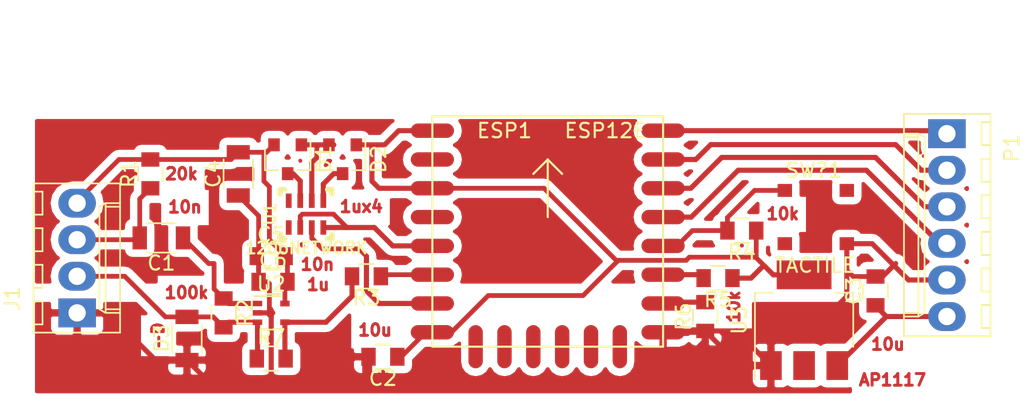
<source format=kicad_pcb>
(kicad_pcb (version 4) (host pcbnew 4.0.6-e0-6349~53~ubuntu16.04.1)

  (general
    (links 54)
    (no_connects 1)
    (area 27.872 23.230999 99.355 51.266)
    (thickness 1.6)
    (drawings 12)
    (tracks 170)
    (zones 0)
    (modules 23)
    (nets 34)
  )

  (page User 140.005 140.005)
  (layers
    (0 F.Cu signal)
    (31 B.Cu signal)
    (32 B.Adhes user)
    (33 F.Adhes user)
    (34 B.Paste user)
    (35 F.Paste user)
    (36 B.SilkS user)
    (37 F.SilkS user)
    (38 B.Mask user)
    (39 F.Mask user)
    (40 Dwgs.User user)
    (41 Cmts.User user)
    (42 Eco1.User user)
    (43 Eco2.User user)
    (44 Edge.Cuts user)
    (45 Margin user)
    (46 B.CrtYd user)
    (47 F.CrtYd user)
    (48 B.Fab user)
    (49 F.Fab user)
  )

  (setup
    (last_trace_width 0.3302)
    (trace_clearance 0.254)
    (zone_clearance 0.508)
    (zone_45_only no)
    (trace_min 0.2)
    (segment_width 0.2)
    (edge_width 0.15)
    (via_size 0.6)
    (via_drill 0.4)
    (via_min_size 0.4)
    (via_min_drill 0.3)
    (uvia_size 0.3)
    (uvia_drill 0.1)
    (uvias_allowed no)
    (uvia_min_size 0)
    (uvia_min_drill 0)
    (pcb_text_width 0.3)
    (pcb_text_size 1.5 1.5)
    (mod_edge_width 0.15)
    (mod_text_size 1 1)
    (mod_text_width 0.15)
    (pad_size 0.65 0.381)
    (pad_drill 0)
    (pad_to_mask_clearance 0.2)
    (aux_axis_origin 0 0)
    (visible_elements FFFEFF7F)
    (pcbplotparams
      (layerselection 0x00000_00000001)
      (usegerberextensions false)
      (excludeedgelayer true)
      (linewidth 0.100000)
      (plotframeref false)
      (viasonmask false)
      (mode 1)
      (useauxorigin false)
      (hpglpennumber 1)
      (hpglpenspeed 20)
      (hpglpendiameter 15)
      (hpglpenoverlay 2)
      (psnegative false)
      (psa4output false)
      (plotreference true)
      (plotvalue true)
      (plotinvisibletext false)
      (padsonsilk false)
      (subtractmaskfromsilk false)
      (outputformat 2)
      (mirror false)
      (drillshape 0)
      (scaleselection 1)
      (outputdirectory ""))
  )

  (net 0 "")
  (net 1 "Net-(C1-Pad1)")
  (net 2 "Net-(C1-Pad2)")
  (net 3 "Net-(D1-Pad1)")
  (net 4 +12V)
  (net 5 "Net-(D1-Pad3)")
  (net 6 +3.3V)
  (net 7 "Net-(D2-Pad3)")
  (net 8 GND)
  (net 9 "Net-(D3-Pad2)")
  (net 10 I2SI)
  (net 11 "Net-(R3-Pad2)")
  (net 12 "Net-(ESP1-Pad18)")
  (net 13 "Net-(ESP1-Pad17)")
  (net 14 "Net-(ESP1-Pad16)")
  (net 15 +5V)
  (net 16 "Net-(ESP1-Pad2)")
  (net 17 "Net-(ESP1-Pad4)")
  (net 18 TH1)
  (net 19 TH0)
  (net 20 "Net-(ESP1-Pad9)")
  (net 21 "Net-(ESP1-Pad10)")
  (net 22 "Net-(ESP1-Pad11)")
  (net 23 "Net-(ESP1-Pad12)")
  (net 24 "Net-(ESP1-Pad13)")
  (net 25 "Net-(ESP1-Pad14)")
  (net 26 "Net-(ESP1-Pad19)")
  (net 27 "Net-(ESP1-Pad20)")
  (net 28 "Net-(ESP1-Pad21)")
  (net 29 "Net-(ESP1-Pad22)")
  (net 30 "Net-(SW?1-Pad2)")
  (net 31 "Net-(SW?1-Pad3)")
  (net 32 "Net-(U1-Pad4)")
  (net 33 "Net-(U1-Pad5)")

  (net_class Default "This is the default net class."
    (clearance 0.254)
    (trace_width 0.3302)
    (via_dia 0.6)
    (via_drill 0.4)
    (uvia_dia 0.3)
    (uvia_drill 0.1)
    (add_net +12V)
    (add_net +3.3V)
    (add_net +5V)
    (add_net GND)
    (add_net I2SI)
    (add_net "Net-(C1-Pad1)")
    (add_net "Net-(C1-Pad2)")
    (add_net "Net-(D1-Pad1)")
    (add_net "Net-(D1-Pad3)")
    (add_net "Net-(D2-Pad3)")
    (add_net "Net-(D3-Pad2)")
    (add_net "Net-(ESP1-Pad10)")
    (add_net "Net-(ESP1-Pad11)")
    (add_net "Net-(ESP1-Pad12)")
    (add_net "Net-(ESP1-Pad13)")
    (add_net "Net-(ESP1-Pad14)")
    (add_net "Net-(ESP1-Pad16)")
    (add_net "Net-(ESP1-Pad17)")
    (add_net "Net-(ESP1-Pad18)")
    (add_net "Net-(ESP1-Pad19)")
    (add_net "Net-(ESP1-Pad2)")
    (add_net "Net-(ESP1-Pad20)")
    (add_net "Net-(ESP1-Pad21)")
    (add_net "Net-(ESP1-Pad22)")
    (add_net "Net-(ESP1-Pad4)")
    (add_net "Net-(ESP1-Pad9)")
    (add_net "Net-(R3-Pad2)")
    (add_net "Net-(SW?1-Pad2)")
    (add_net "Net-(SW?1-Pad3)")
    (add_net "Net-(U1-Pad4)")
    (add_net "Net-(U1-Pad5)")
    (add_net TH0)
    (add_net TH1)
  )

  (module C_0805 (layer F.Cu) (tedit 58AA8463) (tstamp 58D721B3)
    (at 46.863 48.387)
    (descr "Capacitor SMD 0805, reflow soldering, AVX (see smccp.pdf)")
    (tags "capacitor 0805")
    (path /58D6F99C)
    (attr smd)
    (fp_text reference R7 (at 0 -1.5) (layer F.SilkS)
      (effects (font (size 1 1) (thickness 0.15)))
    )
    (fp_text value NP (at 0 1.75) (layer F.Fab)
      (effects (font (size 1 1) (thickness 0.15)))
    )
    (fp_text user %R (at 0 -1.5) (layer F.Fab)
      (effects (font (size 1 1) (thickness 0.15)))
    )
    (fp_line (start -1 0.62) (end -1 -0.62) (layer F.Fab) (width 0.1))
    (fp_line (start 1 0.62) (end -1 0.62) (layer F.Fab) (width 0.1))
    (fp_line (start 1 -0.62) (end 1 0.62) (layer F.Fab) (width 0.1))
    (fp_line (start -1 -0.62) (end 1 -0.62) (layer F.Fab) (width 0.1))
    (fp_line (start 0.5 -0.85) (end -0.5 -0.85) (layer F.SilkS) (width 0.12))
    (fp_line (start -0.5 0.85) (end 0.5 0.85) (layer F.SilkS) (width 0.12))
    (fp_line (start -1.75 -0.88) (end 1.75 -0.88) (layer F.CrtYd) (width 0.05))
    (fp_line (start -1.75 -0.88) (end -1.75 0.87) (layer F.CrtYd) (width 0.05))
    (fp_line (start 1.75 0.87) (end 1.75 -0.88) (layer F.CrtYd) (width 0.05))
    (fp_line (start 1.75 0.87) (end -1.75 0.87) (layer F.CrtYd) (width 0.05))
    (pad 1 smd rect (at -1 0) (size 1 1.25) (layers F.Cu F.Paste F.Mask)
      (net 9 "Net-(D3-Pad2)"))
    (pad 2 smd rect (at 1 0) (size 1 1.25) (layers F.Cu F.Paste F.Mask)
      (net 11 "Net-(R3-Pad2)"))
    (model Capacitors_SMD.3dshapes/C_0805.wrl
      (at (xyz 0 0 0))
      (scale (xyz 1 1 1))
      (rotate (xyz 0 0 0))
    )
  )

  (module C_1206 (layer F.Cu) (tedit 58AA84B8) (tstamp 58D6C733)
    (at 39.243 40.005 180)
    (descr "Capacitor SMD 1206, reflow soldering, AVX (see smccp.pdf)")
    (tags "capacitor 1206")
    (path /58D6CA0E)
    (attr smd)
    (fp_text reference C1 (at 0 -1.75 180) (layer F.SilkS)
      (effects (font (size 1 1) (thickness 0.15)))
    )
    (fp_text value 10n (at 0 2 180) (layer F.Fab)
      (effects (font (size 1 1) (thickness 0.15)))
    )
    (fp_text user %R (at 0 -1.75 180) (layer F.Fab)
      (effects (font (size 1 1) (thickness 0.15)))
    )
    (fp_line (start -1.6 0.8) (end -1.6 -0.8) (layer F.Fab) (width 0.1))
    (fp_line (start 1.6 0.8) (end -1.6 0.8) (layer F.Fab) (width 0.1))
    (fp_line (start 1.6 -0.8) (end 1.6 0.8) (layer F.Fab) (width 0.1))
    (fp_line (start -1.6 -0.8) (end 1.6 -0.8) (layer F.Fab) (width 0.1))
    (fp_line (start 1 -1.02) (end -1 -1.02) (layer F.SilkS) (width 0.12))
    (fp_line (start -1 1.02) (end 1 1.02) (layer F.SilkS) (width 0.12))
    (fp_line (start -2.25 -1.05) (end 2.25 -1.05) (layer F.CrtYd) (width 0.05))
    (fp_line (start -2.25 -1.05) (end -2.25 1.05) (layer F.CrtYd) (width 0.05))
    (fp_line (start 2.25 1.05) (end 2.25 -1.05) (layer F.CrtYd) (width 0.05))
    (fp_line (start 2.25 1.05) (end -2.25 1.05) (layer F.CrtYd) (width 0.05))
    (pad 1 smd rect (at -1.5 0 180) (size 1 1.6) (layers F.Cu F.Paste F.Mask)
      (net 1 "Net-(C1-Pad1)"))
    (pad 2 smd rect (at 1.5 0 180) (size 1 1.6) (layers F.Cu F.Paste F.Mask)
      (net 2 "Net-(C1-Pad2)"))
    (model Capacitors_SMD.3dshapes/C_1206.wrl
      (at (xyz 0 0 0))
      (scale (xyz 1 1 1))
      (rotate (xyz 0 0 0))
    )
  )

  (module SOT-23 (layer F.Cu) (tedit 58CE4E7E) (tstamp 58D6C748)
    (at 48.006 34.544 270)
    (descr "SOT-23, Standard")
    (tags SOT-23)
    (path /58D6CFFD)
    (attr smd)
    (fp_text reference D1 (at 0 -2.5 270) (layer F.SilkS)
      (effects (font (size 1 1) (thickness 0.15)))
    )
    (fp_text value DIODEARRAY_SOT23-3 (at 0 2.5 270) (layer F.Fab)
      (effects (font (size 1 1) (thickness 0.15)))
    )
    (fp_text user %R (at 0 0 270) (layer F.Fab)
      (effects (font (size 0.5 0.5) (thickness 0.075)))
    )
    (fp_line (start -0.7 -0.95) (end -0.7 1.5) (layer F.Fab) (width 0.1))
    (fp_line (start -0.15 -1.52) (end 0.7 -1.52) (layer F.Fab) (width 0.1))
    (fp_line (start -0.7 -0.95) (end -0.15 -1.52) (layer F.Fab) (width 0.1))
    (fp_line (start 0.7 -1.52) (end 0.7 1.52) (layer F.Fab) (width 0.1))
    (fp_line (start -0.7 1.52) (end 0.7 1.52) (layer F.Fab) (width 0.1))
    (fp_line (start 0.76 1.58) (end 0.76 0.65) (layer F.SilkS) (width 0.12))
    (fp_line (start 0.76 -1.58) (end 0.76 -0.65) (layer F.SilkS) (width 0.12))
    (fp_line (start -1.7 -1.75) (end 1.7 -1.75) (layer F.CrtYd) (width 0.05))
    (fp_line (start 1.7 -1.75) (end 1.7 1.75) (layer F.CrtYd) (width 0.05))
    (fp_line (start 1.7 1.75) (end -1.7 1.75) (layer F.CrtYd) (width 0.05))
    (fp_line (start -1.7 1.75) (end -1.7 -1.75) (layer F.CrtYd) (width 0.05))
    (fp_line (start 0.76 -1.58) (end -1.4 -1.58) (layer F.SilkS) (width 0.12))
    (fp_line (start 0.76 1.58) (end -0.7 1.58) (layer F.SilkS) (width 0.12))
    (pad 1 smd rect (at -1 -0.95 270) (size 0.9 0.8) (layers F.Cu F.Paste F.Mask)
      (net 3 "Net-(D1-Pad1)"))
    (pad 2 smd rect (at -1 0.95 270) (size 0.9 0.8) (layers F.Cu F.Paste F.Mask)
      (net 4 +12V))
    (pad 3 smd rect (at 1 0 270) (size 0.9 0.8) (layers F.Cu F.Paste F.Mask)
      (net 5 "Net-(D1-Pad3)"))
    (model ${KISYS3DMOD}/TO_SOT_Packages_SMD.3dshapes/SOT-23.wrl
      (at (xyz 0 0 0))
      (scale (xyz 1 1 1))
      (rotate (xyz 0 0 90))
    )
  )

  (module SOT-23 (layer F.Cu) (tedit 58CE4E7E) (tstamp 58D6C75D)
    (at 51.816 34.544 270)
    (descr "SOT-23, Standard")
    (tags SOT-23)
    (path /58D6CCA0)
    (attr smd)
    (fp_text reference D2 (at 0 -2.5 270) (layer F.SilkS)
      (effects (font (size 1 1) (thickness 0.15)))
    )
    (fp_text value DIODEARRAY_SOT23-3 (at 0 2.5 270) (layer F.Fab)
      (effects (font (size 1 1) (thickness 0.15)))
    )
    (fp_text user %R (at 0 0 270) (layer F.Fab)
      (effects (font (size 0.5 0.5) (thickness 0.075)))
    )
    (fp_line (start -0.7 -0.95) (end -0.7 1.5) (layer F.Fab) (width 0.1))
    (fp_line (start -0.15 -1.52) (end 0.7 -1.52) (layer F.Fab) (width 0.1))
    (fp_line (start -0.7 -0.95) (end -0.15 -1.52) (layer F.Fab) (width 0.1))
    (fp_line (start 0.7 -1.52) (end 0.7 1.52) (layer F.Fab) (width 0.1))
    (fp_line (start -0.7 1.52) (end 0.7 1.52) (layer F.Fab) (width 0.1))
    (fp_line (start 0.76 1.58) (end 0.76 0.65) (layer F.SilkS) (width 0.12))
    (fp_line (start 0.76 -1.58) (end 0.76 -0.65) (layer F.SilkS) (width 0.12))
    (fp_line (start -1.7 -1.75) (end 1.7 -1.75) (layer F.CrtYd) (width 0.05))
    (fp_line (start 1.7 -1.75) (end 1.7 1.75) (layer F.CrtYd) (width 0.05))
    (fp_line (start 1.7 1.75) (end -1.7 1.75) (layer F.CrtYd) (width 0.05))
    (fp_line (start -1.7 1.75) (end -1.7 -1.75) (layer F.CrtYd) (width 0.05))
    (fp_line (start 0.76 -1.58) (end -1.4 -1.58) (layer F.SilkS) (width 0.12))
    (fp_line (start 0.76 1.58) (end -0.7 1.58) (layer F.SilkS) (width 0.12))
    (pad 1 smd rect (at -1 -0.95 270) (size 0.9 0.8) (layers F.Cu F.Paste F.Mask)
      (net 6 +3.3V))
    (pad 2 smd rect (at -1 0.95 270) (size 0.9 0.8) (layers F.Cu F.Paste F.Mask)
      (net 3 "Net-(D1-Pad1)"))
    (pad 3 smd rect (at 1 0 270) (size 0.9 0.8) (layers F.Cu F.Paste F.Mask)
      (net 7 "Net-(D2-Pad3)"))
    (model ${KISYS3DMOD}/TO_SOT_Packages_SMD.3dshapes/SOT-23.wrl
      (at (xyz 0 0 0))
      (scale (xyz 1 1 1))
      (rotate (xyz 0 0 90))
    )
  )

  (module C_1206 (layer F.Cu) (tedit 58AA84B8) (tstamp 58D6C76E)
    (at 41.021 46.99 90)
    (descr "Capacitor SMD 1206, reflow soldering, AVX (see smccp.pdf)")
    (tags "capacitor 1206")
    (path /58D6C5E7)
    (attr smd)
    (fp_text reference D3 (at 0 -1.75 90) (layer F.SilkS)
      (effects (font (size 1 1) (thickness 0.15)))
    )
    (fp_text value D (at 0 2 90) (layer F.Fab)
      (effects (font (size 1 1) (thickness 0.15)))
    )
    (fp_text user %R (at 0 -1.75 90) (layer F.Fab)
      (effects (font (size 1 1) (thickness 0.15)))
    )
    (fp_line (start -1.6 0.8) (end -1.6 -0.8) (layer F.Fab) (width 0.1))
    (fp_line (start 1.6 0.8) (end -1.6 0.8) (layer F.Fab) (width 0.1))
    (fp_line (start 1.6 -0.8) (end 1.6 0.8) (layer F.Fab) (width 0.1))
    (fp_line (start -1.6 -0.8) (end 1.6 -0.8) (layer F.Fab) (width 0.1))
    (fp_line (start 1 -1.02) (end -1 -1.02) (layer F.SilkS) (width 0.12))
    (fp_line (start -1 1.02) (end 1 1.02) (layer F.SilkS) (width 0.12))
    (fp_line (start -2.25 -1.05) (end 2.25 -1.05) (layer F.CrtYd) (width 0.05))
    (fp_line (start -2.25 -1.05) (end -2.25 1.05) (layer F.CrtYd) (width 0.05))
    (fp_line (start 2.25 1.05) (end 2.25 -1.05) (layer F.CrtYd) (width 0.05))
    (fp_line (start 2.25 1.05) (end -2.25 1.05) (layer F.CrtYd) (width 0.05))
    (pad 1 smd rect (at -1.5 0 90) (size 1 1.6) (layers F.Cu F.Paste F.Mask)
      (net 8 GND))
    (pad 2 smd rect (at 1.5 0 90) (size 1 1.6) (layers F.Cu F.Paste F.Mask)
      (net 9 "Net-(D3-Pad2)"))
    (model Capacitors_SMD.3dshapes/C_1206.wrl
      (at (xyz 0 0 0))
      (scale (xyz 1 1 1))
      (rotate (xyz 0 0 0))
    )
  )

  (module C_0805 (layer F.Cu) (tedit 58AA8463) (tstamp 58D6C77F)
    (at 38.481 35.56 90)
    (descr "Capacitor SMD 0805, reflow soldering, AVX (see smccp.pdf)")
    (tags "capacitor 0805")
    (path /58D6DD2B)
    (attr smd)
    (fp_text reference R1 (at 0 -1.5 90) (layer F.SilkS)
      (effects (font (size 1 1) (thickness 0.15)))
    )
    (fp_text value R (at 0 1.75 90) (layer F.Fab)
      (effects (font (size 1 1) (thickness 0.15)))
    )
    (fp_text user %R (at 0 -1.5 90) (layer F.Fab)
      (effects (font (size 1 1) (thickness 0.15)))
    )
    (fp_line (start -1 0.62) (end -1 -0.62) (layer F.Fab) (width 0.1))
    (fp_line (start 1 0.62) (end -1 0.62) (layer F.Fab) (width 0.1))
    (fp_line (start 1 -0.62) (end 1 0.62) (layer F.Fab) (width 0.1))
    (fp_line (start -1 -0.62) (end 1 -0.62) (layer F.Fab) (width 0.1))
    (fp_line (start 0.5 -0.85) (end -0.5 -0.85) (layer F.SilkS) (width 0.12))
    (fp_line (start -0.5 0.85) (end 0.5 0.85) (layer F.SilkS) (width 0.12))
    (fp_line (start -1.75 -0.88) (end 1.75 -0.88) (layer F.CrtYd) (width 0.05))
    (fp_line (start -1.75 -0.88) (end -1.75 0.87) (layer F.CrtYd) (width 0.05))
    (fp_line (start 1.75 0.87) (end 1.75 -0.88) (layer F.CrtYd) (width 0.05))
    (fp_line (start 1.75 0.87) (end -1.75 0.87) (layer F.CrtYd) (width 0.05))
    (pad 1 smd rect (at -1 0 90) (size 1 1.25) (layers F.Cu F.Paste F.Mask)
      (net 2 "Net-(C1-Pad2)"))
    (pad 2 smd rect (at 1 0 90) (size 1 1.25) (layers F.Cu F.Paste F.Mask)
      (net 4 +12V))
    (model Capacitors_SMD.3dshapes/C_0805.wrl
      (at (xyz 0 0 0))
      (scale (xyz 1 1 1))
      (rotate (xyz 0 0 0))
    )
  )

  (module C_0805 (layer F.Cu) (tedit 58AA8463) (tstamp 58D6C790)
    (at 43.561 45.212 270)
    (descr "Capacitor SMD 0805, reflow soldering, AVX (see smccp.pdf)")
    (tags "capacitor 0805")
    (path /58D6CAF6)
    (attr smd)
    (fp_text reference R2 (at 0 -1.5 270) (layer F.SilkS)
      (effects (font (size 1 1) (thickness 0.15)))
    )
    (fp_text value 10k (at 0 1.75 270) (layer F.Fab)
      (effects (font (size 1 1) (thickness 0.15)))
    )
    (fp_text user %R (at 0 -1.5 270) (layer F.Fab)
      (effects (font (size 1 1) (thickness 0.15)))
    )
    (fp_line (start -1 0.62) (end -1 -0.62) (layer F.Fab) (width 0.1))
    (fp_line (start 1 0.62) (end -1 0.62) (layer F.Fab) (width 0.1))
    (fp_line (start 1 -0.62) (end 1 0.62) (layer F.Fab) (width 0.1))
    (fp_line (start -1 -0.62) (end 1 -0.62) (layer F.Fab) (width 0.1))
    (fp_line (start 0.5 -0.85) (end -0.5 -0.85) (layer F.SilkS) (width 0.12))
    (fp_line (start -0.5 0.85) (end 0.5 0.85) (layer F.SilkS) (width 0.12))
    (fp_line (start -1.75 -0.88) (end 1.75 -0.88) (layer F.CrtYd) (width 0.05))
    (fp_line (start -1.75 -0.88) (end -1.75 0.87) (layer F.CrtYd) (width 0.05))
    (fp_line (start 1.75 0.87) (end 1.75 -0.88) (layer F.CrtYd) (width 0.05))
    (fp_line (start 1.75 0.87) (end -1.75 0.87) (layer F.CrtYd) (width 0.05))
    (pad 1 smd rect (at -1 0 270) (size 1 1.25) (layers F.Cu F.Paste F.Mask)
      (net 1 "Net-(C1-Pad1)"))
    (pad 2 smd rect (at 1 0 270) (size 1 1.25) (layers F.Cu F.Paste F.Mask)
      (net 9 "Net-(D3-Pad2)"))
    (model Capacitors_SMD.3dshapes/C_0805.wrl
      (at (xyz 0 0 0))
      (scale (xyz 1 1 1))
      (rotate (xyz 0 0 0))
    )
  )

  (module C_0805 (layer F.Cu) (tedit 58AA8463) (tstamp 58D6C7A1)
    (at 53.467 42.672 180)
    (descr "Capacitor SMD 0805, reflow soldering, AVX (see smccp.pdf)")
    (tags "capacitor 0805")
    (path /58D6D490)
    (attr smd)
    (fp_text reference R3 (at 0 -1.5 180) (layer F.SilkS)
      (effects (font (size 1 1) (thickness 0.15)))
    )
    (fp_text value R (at 0 1.75 180) (layer F.Fab)
      (effects (font (size 1 1) (thickness 0.15)))
    )
    (fp_text user %R (at 0 -1.5 180) (layer F.Fab)
      (effects (font (size 1 1) (thickness 0.15)))
    )
    (fp_line (start -1 0.62) (end -1 -0.62) (layer F.Fab) (width 0.1))
    (fp_line (start 1 0.62) (end -1 0.62) (layer F.Fab) (width 0.1))
    (fp_line (start 1 -0.62) (end 1 0.62) (layer F.Fab) (width 0.1))
    (fp_line (start -1 -0.62) (end 1 -0.62) (layer F.Fab) (width 0.1))
    (fp_line (start 0.5 -0.85) (end -0.5 -0.85) (layer F.SilkS) (width 0.12))
    (fp_line (start -0.5 0.85) (end 0.5 0.85) (layer F.SilkS) (width 0.12))
    (fp_line (start -1.75 -0.88) (end 1.75 -0.88) (layer F.CrtYd) (width 0.05))
    (fp_line (start -1.75 -0.88) (end -1.75 0.87) (layer F.CrtYd) (width 0.05))
    (fp_line (start 1.75 0.87) (end 1.75 -0.88) (layer F.CrtYd) (width 0.05))
    (fp_line (start 1.75 0.87) (end -1.75 0.87) (layer F.CrtYd) (width 0.05))
    (pad 1 smd rect (at -1 0 180) (size 1 1.25) (layers F.Cu F.Paste F.Mask)
      (net 10 I2SI))
    (pad 2 smd rect (at 1 0 180) (size 1 1.25) (layers F.Cu F.Paste F.Mask)
      (net 11 "Net-(R3-Pad2)"))
    (model Capacitors_SMD.3dshapes/C_0805.wrl
      (at (xyz 0 0 0))
      (scale (xyz 1 1 1))
      (rotate (xyz 0 0 0))
    )
  )

  (module C_0805 (layer F.Cu) (tedit 58AA8463) (tstamp 58D6C7B2)
    (at 79.502 39.497 180)
    (descr "Capacitor SMD 0805, reflow soldering, AVX (see smccp.pdf)")
    (tags "capacitor 0805")
    (path /58D613C8)
    (attr smd)
    (fp_text reference R4 (at 0 -1.5 180) (layer F.SilkS)
      (effects (font (size 1 1) (thickness 0.15)))
    )
    (fp_text value R (at 0 1.75 180) (layer F.Fab)
      (effects (font (size 1 1) (thickness 0.15)))
    )
    (fp_text user %R (at 0 -1.5 180) (layer F.Fab)
      (effects (font (size 1 1) (thickness 0.15)))
    )
    (fp_line (start -1 0.62) (end -1 -0.62) (layer F.Fab) (width 0.1))
    (fp_line (start 1 0.62) (end -1 0.62) (layer F.Fab) (width 0.1))
    (fp_line (start 1 -0.62) (end 1 0.62) (layer F.Fab) (width 0.1))
    (fp_line (start -1 -0.62) (end 1 -0.62) (layer F.Fab) (width 0.1))
    (fp_line (start 0.5 -0.85) (end -0.5 -0.85) (layer F.SilkS) (width 0.12))
    (fp_line (start -0.5 0.85) (end 0.5 0.85) (layer F.SilkS) (width 0.12))
    (fp_line (start -1.75 -0.88) (end 1.75 -0.88) (layer F.CrtYd) (width 0.05))
    (fp_line (start -1.75 -0.88) (end -1.75 0.87) (layer F.CrtYd) (width 0.05))
    (fp_line (start 1.75 0.87) (end 1.75 -0.88) (layer F.CrtYd) (width 0.05))
    (fp_line (start 1.75 0.87) (end -1.75 0.87) (layer F.CrtYd) (width 0.05))
    (pad 1 smd rect (at -1 0 180) (size 1 1.25) (layers F.Cu F.Paste F.Mask)
      (net 6 +3.3V))
    (pad 2 smd rect (at 1 0 180) (size 1 1.25) (layers F.Cu F.Paste F.Mask)
      (net 12 "Net-(ESP1-Pad18)"))
    (model Capacitors_SMD.3dshapes/C_0805.wrl
      (at (xyz 0 0 0))
      (scale (xyz 1 1 1))
      (rotate (xyz 0 0 0))
    )
  )

  (module C_0805 (layer F.Cu) (tedit 58AA8463) (tstamp 58D6C7C3)
    (at 77.851 42.799 180)
    (descr "Capacitor SMD 0805, reflow soldering, AVX (see smccp.pdf)")
    (tags "capacitor 0805")
    (path /58D6142C)
    (attr smd)
    (fp_text reference R5 (at 0 -1.5 180) (layer F.SilkS)
      (effects (font (size 1 1) (thickness 0.15)))
    )
    (fp_text value R (at 0 1.75 180) (layer F.Fab)
      (effects (font (size 1 1) (thickness 0.15)))
    )
    (fp_text user %R (at 0 -1.5 180) (layer F.Fab)
      (effects (font (size 1 1) (thickness 0.15)))
    )
    (fp_line (start -1 0.62) (end -1 -0.62) (layer F.Fab) (width 0.1))
    (fp_line (start 1 0.62) (end -1 0.62) (layer F.Fab) (width 0.1))
    (fp_line (start 1 -0.62) (end 1 0.62) (layer F.Fab) (width 0.1))
    (fp_line (start -1 -0.62) (end 1 -0.62) (layer F.Fab) (width 0.1))
    (fp_line (start 0.5 -0.85) (end -0.5 -0.85) (layer F.SilkS) (width 0.12))
    (fp_line (start -0.5 0.85) (end 0.5 0.85) (layer F.SilkS) (width 0.12))
    (fp_line (start -1.75 -0.88) (end 1.75 -0.88) (layer F.CrtYd) (width 0.05))
    (fp_line (start -1.75 -0.88) (end -1.75 0.87) (layer F.CrtYd) (width 0.05))
    (fp_line (start 1.75 0.87) (end 1.75 -0.88) (layer F.CrtYd) (width 0.05))
    (fp_line (start 1.75 0.87) (end -1.75 0.87) (layer F.CrtYd) (width 0.05))
    (pad 1 smd rect (at -1 0 180) (size 1 1.25) (layers F.Cu F.Paste F.Mask)
      (net 6 +3.3V))
    (pad 2 smd rect (at 1 0 180) (size 1 1.25) (layers F.Cu F.Paste F.Mask)
      (net 13 "Net-(ESP1-Pad17)"))
    (model Capacitors_SMD.3dshapes/C_0805.wrl
      (at (xyz 0 0 0))
      (scale (xyz 1 1 1))
      (rotate (xyz 0 0 0))
    )
  )

  (module C_0805 (layer F.Cu) (tedit 58AA8463) (tstamp 58D6C7D4)
    (at 76.962 45.466 90)
    (descr "Capacitor SMD 0805, reflow soldering, AVX (see smccp.pdf)")
    (tags "capacitor 0805")
    (path /58D61200)
    (attr smd)
    (fp_text reference R6 (at 0 -1.5 90) (layer F.SilkS)
      (effects (font (size 1 1) (thickness 0.15)))
    )
    (fp_text value R (at 0 1.75 90) (layer F.Fab)
      (effects (font (size 1 1) (thickness 0.15)))
    )
    (fp_text user %R (at 0 -1.5 90) (layer F.Fab)
      (effects (font (size 1 1) (thickness 0.15)))
    )
    (fp_line (start -1 0.62) (end -1 -0.62) (layer F.Fab) (width 0.1))
    (fp_line (start 1 0.62) (end -1 0.62) (layer F.Fab) (width 0.1))
    (fp_line (start 1 -0.62) (end 1 0.62) (layer F.Fab) (width 0.1))
    (fp_line (start -1 -0.62) (end 1 -0.62) (layer F.Fab) (width 0.1))
    (fp_line (start 0.5 -0.85) (end -0.5 -0.85) (layer F.SilkS) (width 0.12))
    (fp_line (start -0.5 0.85) (end 0.5 0.85) (layer F.SilkS) (width 0.12))
    (fp_line (start -1.75 -0.88) (end 1.75 -0.88) (layer F.CrtYd) (width 0.05))
    (fp_line (start -1.75 -0.88) (end -1.75 0.87) (layer F.CrtYd) (width 0.05))
    (fp_line (start 1.75 0.87) (end 1.75 -0.88) (layer F.CrtYd) (width 0.05))
    (fp_line (start 1.75 0.87) (end -1.75 0.87) (layer F.CrtYd) (width 0.05))
    (pad 1 smd rect (at -1 0 90) (size 1 1.25) (layers F.Cu F.Paste F.Mask)
      (net 8 GND))
    (pad 2 smd rect (at 1 0 90) (size 1 1.25) (layers F.Cu F.Paste F.Mask)
      (net 14 "Net-(ESP1-Pad16)"))
    (model Capacitors_SMD.3dshapes/C_0805.wrl
      (at (xyz 0 0 0))
      (scale (xyz 1 1 1))
      (rotate (xyz 0 0 0))
    )
  )

  (module TO_SOT_Packages_SMD:SOT-223 (layer F.Cu) (tedit 58CE4E7E) (tstamp 58D6C7EA)
    (at 83.82 45.72 90)
    (descr "module CMS SOT223 4 pins")
    (tags "CMS SOT")
    (path /58D60F3B)
    (attr smd)
    (fp_text reference U3 (at 0 -4.5 90) (layer F.SilkS)
      (effects (font (size 1 1) (thickness 0.15)))
    )
    (fp_text value AP1117 (at 0 4.5 90) (layer F.Fab)
      (effects (font (size 1 1) (thickness 0.15)))
    )
    (fp_text user %R (at 0 0 90) (layer F.Fab)
      (effects (font (size 0.8 0.8) (thickness 0.12)))
    )
    (fp_line (start -1.85 -2.3) (end -0.8 -3.35) (layer F.Fab) (width 0.1))
    (fp_line (start 1.91 3.41) (end 1.91 2.15) (layer F.SilkS) (width 0.12))
    (fp_line (start 1.91 -3.41) (end 1.91 -2.15) (layer F.SilkS) (width 0.12))
    (fp_line (start 4.4 -3.6) (end -4.4 -3.6) (layer F.CrtYd) (width 0.05))
    (fp_line (start 4.4 3.6) (end 4.4 -3.6) (layer F.CrtYd) (width 0.05))
    (fp_line (start -4.4 3.6) (end 4.4 3.6) (layer F.CrtYd) (width 0.05))
    (fp_line (start -4.4 -3.6) (end -4.4 3.6) (layer F.CrtYd) (width 0.05))
    (fp_line (start -1.85 -2.3) (end -1.85 3.35) (layer F.Fab) (width 0.1))
    (fp_line (start -1.85 3.41) (end 1.91 3.41) (layer F.SilkS) (width 0.12))
    (fp_line (start -0.8 -3.35) (end 1.85 -3.35) (layer F.Fab) (width 0.1))
    (fp_line (start -4.1 -3.41) (end 1.91 -3.41) (layer F.SilkS) (width 0.12))
    (fp_line (start -1.85 3.35) (end 1.85 3.35) (layer F.Fab) (width 0.1))
    (fp_line (start 1.85 -3.35) (end 1.85 3.35) (layer F.Fab) (width 0.1))
    (pad 4 smd rect (at 3.15 0 90) (size 2 3.8) (layers F.Cu F.Paste F.Mask)
      (net 6 +3.3V))
    (pad 2 smd rect (at -3.15 0 90) (size 2 1.5) (layers F.Cu F.Paste F.Mask)
      (net 6 +3.3V))
    (pad 3 smd rect (at -3.15 2.3 90) (size 2 1.5) (layers F.Cu F.Paste F.Mask)
      (net 15 +5V))
    (pad 1 smd rect (at -3.15 -2.3 90) (size 2 1.5) (layers F.Cu F.Paste F.Mask)
      (net 8 GND))
    (model ${KISYS3DMOD}/TO_SOT_Packages_SMD.3dshapes/SOT-223.wrl
      (at (xyz 0 0 0))
      (scale (xyz 0.4 0.4 0.4))
      (rotate (xyz 0 0 90))
    )
  )

  (module ESP12E (layer F.Cu) (tedit 0) (tstamp 58D6C95C)
    (at 66.04 35.56)
    (path /58D60EF3)
    (fp_text reference ESP1 (at -3 -3) (layer F.SilkS)
      (effects (font (size 1 1) (thickness 0.15)))
    )
    (fp_text value ESP12E (at 4 -3) (layer F.SilkS)
      (effects (font (size 1 1) (thickness 0.15)))
    )
    (fp_line (start 0 -1) (end -1 0) (layer F.SilkS) (width 0.15))
    (fp_line (start 0 -1) (end 1 0) (layer F.SilkS) (width 0.15))
    (fp_line (start 0 -1) (end 0 3) (layer F.SilkS) (width 0.15))
    (fp_line (start -8 12) (end -8 -4) (layer F.SilkS) (width 0.15))
    (fp_line (start -8 -4) (end 8 -4) (layer F.SilkS) (width 0.15))
    (fp_line (start 8 -4) (end 8 12) (layer F.SilkS) (width 0.15))
    (fp_line (start 8 -12) (end -8 -12) (layer Dwgs.User) (width 0.15))
    (fp_line (start -8 -12) (end -8 12) (layer Dwgs.User) (width 0.15))
    (fp_line (start -8 12) (end 8 12) (layer F.SilkS) (width 0.15))
    (fp_line (start 8 12) (end 8 -12) (layer Dwgs.User) (width 0.15))
    (pad 1 smd oval (at -8 -3) (size 3 1) (layers F.Cu F.Paste F.Mask)
      (net 6 +3.3V))
    (pad 2 smd oval (at -8 -1) (size 3 1) (layers F.Cu F.Paste F.Mask)
      (net 16 "Net-(ESP1-Pad2)"))
    (pad 3 smd oval (at -8 1) (size 3 1) (layers F.Cu F.Paste F.Mask)
      (net 6 +3.3V))
    (pad 4 smd oval (at -8 3) (size 3 1) (layers F.Cu F.Paste F.Mask)
      (net 17 "Net-(ESP1-Pad4)"))
    (pad 5 smd oval (at -8 5) (size 3 1) (layers F.Cu F.Paste F.Mask)
      (net 18 TH1))
    (pad 6 smd oval (at -8 7) (size 3 1) (layers F.Cu F.Paste F.Mask)
      (net 10 I2SI))
    (pad 7 smd oval (at -8 9) (size 3 1) (layers F.Cu F.Paste F.Mask)
      (net 19 TH0))
    (pad 8 smd oval (at -8 11) (size 3 1) (layers F.Cu F.Paste F.Mask)
      (net 6 +3.3V))
    (pad 9 smd oval (at -5 12 90) (size 3 1) (layers F.Cu F.Paste F.Mask)
      (net 20 "Net-(ESP1-Pad9)"))
    (pad 10 smd oval (at -3 12 90) (size 3 1) (layers F.Cu F.Paste F.Mask)
      (net 21 "Net-(ESP1-Pad10)"))
    (pad 11 smd oval (at -1 12 90) (size 3 1) (layers F.Cu F.Paste F.Mask)
      (net 22 "Net-(ESP1-Pad11)"))
    (pad 12 smd oval (at 1 12 90) (size 3 1) (layers F.Cu F.Paste F.Mask)
      (net 23 "Net-(ESP1-Pad12)"))
    (pad 13 smd oval (at 3 12 90) (size 3 1) (layers F.Cu F.Paste F.Mask)
      (net 24 "Net-(ESP1-Pad13)"))
    (pad 14 smd oval (at 5 12 90) (size 3 1) (layers F.Cu F.Paste F.Mask)
      (net 25 "Net-(ESP1-Pad14)"))
    (pad 15 smd oval (at 8 11 180) (size 3 1) (layers F.Cu F.Paste F.Mask)
      (net 8 GND))
    (pad 16 smd oval (at 8 9 180) (size 3 1) (layers F.Cu F.Paste F.Mask)
      (net 14 "Net-(ESP1-Pad16)"))
    (pad 17 smd oval (at 8 7 180) (size 3 1) (layers F.Cu F.Paste F.Mask)
      (net 13 "Net-(ESP1-Pad17)"))
    (pad 18 smd oval (at 8 5 180) (size 3 1) (layers F.Cu F.Paste F.Mask)
      (net 12 "Net-(ESP1-Pad18)"))
    (pad 19 smd oval (at 8 3 180) (size 3 1) (layers F.Cu F.Paste F.Mask)
      (net 26 "Net-(ESP1-Pad19)"))
    (pad 20 smd oval (at 8 1 180) (size 3 1) (layers F.Cu F.Paste F.Mask)
      (net 27 "Net-(ESP1-Pad20)"))
    (pad 21 smd oval (at 8 -1 180) (size 3 1) (layers F.Cu F.Paste F.Mask)
      (net 28 "Net-(ESP1-Pad21)"))
    (pad 22 smd oval (at 8 -3 180) (size 3 1) (layers F.Cu F.Paste F.Mask)
      (net 29 "Net-(ESP1-Pad22)"))
  )

  (module NETWORK1206 (layer F.Cu) (tedit 0) (tstamp 58D6C970)
    (at 49.276 38.354 180)
    (path /58D6CDF0)
    (fp_text reference U1 (at 2.5 0 270) (layer F.SilkS)
      (effects (font (size 0.8128 0.7874) (thickness 0.1524)))
    )
    (fp_text value 1206NETWORK (at -0.033 -2.356 180) (layer F.SilkS)
      (effects (font (size 0.8128 0.7874) (thickness 0.1524)))
    )
    (fp_line (start 1.8 1.4) (end 1.8 1.7) (layer F.SilkS) (width 0.381))
    (fp_line (start 1.8 1.7) (end 1.5 1.7) (layer F.SilkS) (width 0.381))
    (fp_line (start -1.8 -1.4) (end -1.8 -1.7) (layer F.SilkS) (width 0.381))
    (fp_line (start -1.8 -1.7) (end -1.5 -1.7) (layer F.SilkS) (width 0.381))
    (fp_line (start 1.5 -1.7) (end 1.8 -1.7) (layer F.SilkS) (width 0.381))
    (fp_line (start 1.8 -1.7) (end 1.8 -1.4) (layer F.SilkS) (width 0.381))
    (fp_line (start -1.8 1.4) (end -1.8 1.7) (layer F.SilkS) (width 0.381))
    (fp_line (start -1.8 1.7) (end -1.5 1.7) (layer F.SilkS) (width 0.381))
    (pad 1 smd rect (at -1.2 0.93 180) (size 0.4 1) (layers F.Cu F.Paste F.Mask)
      (net 7 "Net-(D2-Pad3)"))
    (pad 2 smd rect (at -0.4 0.93 180) (size 0.4 1) (layers F.Cu F.Paste F.Mask)
      (net 3 "Net-(D1-Pad1)"))
    (pad 3 smd rect (at 0.4 0.93 180) (size 0.4 1) (layers F.Cu F.Paste F.Mask)
      (net 5 "Net-(D1-Pad3)"))
    (pad 4 smd rect (at 1.2 0.93 180) (size 0.4 1) (layers F.Cu F.Paste F.Mask)
      (net 32 "Net-(U1-Pad4)"))
    (pad 5 smd rect (at 1.2 -0.93 180) (size 0.4 1) (layers F.Cu F.Paste F.Mask)
      (net 33 "Net-(U1-Pad5)"))
    (pad 6 smd rect (at 0.4 -0.93 180) (size 0.4 1) (layers F.Cu F.Paste F.Mask)
      (net 18 TH1))
    (pad 7 smd rect (at -0.4 -0.93 180) (size 0.4 1) (layers F.Cu F.Paste F.Mask)
      (net 19 TH0))
    (pad 8 smd rect (at -1.2 -0.93 180) (size 0.4 1) (layers F.Cu F.Paste F.Mask)
      (net 18 TH1))
  )

  (module Molex_KK-6410-06_06x2.54mm_Straight (layer F.Cu) (tedit 56C6219D) (tstamp 58D6D804)
    (at 93.726 32.766 270)
    (descr "Connector Headers with Friction Lock, 22-27-2061, http://www.molex.com/pdm_docs/sd/022272021_sd.pdf")
    (tags "connector molex kk_6410 22-27-2061")
    (path /58D615B0)
    (fp_text reference P1 (at 1 -4.5 270) (layer F.SilkS)
      (effects (font (size 1 1) (thickness 0.15)))
    )
    (fp_text value CONN_01X06 (at 6.35 4.5 270) (layer F.Fab)
      (effects (font (size 1 1) (thickness 0.15)))
    )
    (fp_line (start -1.37 -3.02) (end -1.37 2.98) (layer F.SilkS) (width 0.12))
    (fp_line (start -1.37 2.98) (end 14.07 2.98) (layer F.SilkS) (width 0.12))
    (fp_line (start 14.07 2.98) (end 14.07 -3.02) (layer F.SilkS) (width 0.12))
    (fp_line (start 14.07 -3.02) (end -1.37 -3.02) (layer F.SilkS) (width 0.12))
    (fp_line (start 0 2.98) (end 0 1.98) (layer F.SilkS) (width 0.12))
    (fp_line (start 0 1.98) (end 12.7 1.98) (layer F.SilkS) (width 0.12))
    (fp_line (start 12.7 1.98) (end 12.7 2.98) (layer F.SilkS) (width 0.12))
    (fp_line (start 0 1.98) (end 0.25 1.55) (layer F.SilkS) (width 0.12))
    (fp_line (start 0.25 1.55) (end 12.45 1.55) (layer F.SilkS) (width 0.12))
    (fp_line (start 12.45 1.55) (end 12.7 1.98) (layer F.SilkS) (width 0.12))
    (fp_line (start 0.25 2.98) (end 0.25 1.98) (layer F.SilkS) (width 0.12))
    (fp_line (start 12.45 2.98) (end 12.45 1.98) (layer F.SilkS) (width 0.12))
    (fp_line (start -0.8 -3.02) (end -0.8 -2.4) (layer F.SilkS) (width 0.12))
    (fp_line (start -0.8 -2.4) (end 0.8 -2.4) (layer F.SilkS) (width 0.12))
    (fp_line (start 0.8 -2.4) (end 0.8 -3.02) (layer F.SilkS) (width 0.12))
    (fp_line (start 1.74 -3.02) (end 1.74 -2.4) (layer F.SilkS) (width 0.12))
    (fp_line (start 1.74 -2.4) (end 3.34 -2.4) (layer F.SilkS) (width 0.12))
    (fp_line (start 3.34 -2.4) (end 3.34 -3.02) (layer F.SilkS) (width 0.12))
    (fp_line (start 4.28 -3.02) (end 4.28 -2.4) (layer F.SilkS) (width 0.12))
    (fp_line (start 4.28 -2.4) (end 5.88 -2.4) (layer F.SilkS) (width 0.12))
    (fp_line (start 5.88 -2.4) (end 5.88 -3.02) (layer F.SilkS) (width 0.12))
    (fp_line (start 6.82 -3.02) (end 6.82 -2.4) (layer F.SilkS) (width 0.12))
    (fp_line (start 6.82 -2.4) (end 8.42 -2.4) (layer F.SilkS) (width 0.12))
    (fp_line (start 8.42 -2.4) (end 8.42 -3.02) (layer F.SilkS) (width 0.12))
    (fp_line (start 9.36 -3.02) (end 9.36 -2.4) (layer F.SilkS) (width 0.12))
    (fp_line (start 9.36 -2.4) (end 10.96 -2.4) (layer F.SilkS) (width 0.12))
    (fp_line (start 10.96 -2.4) (end 10.96 -3.02) (layer F.SilkS) (width 0.12))
    (fp_line (start 11.9 -3.02) (end 11.9 -2.4) (layer F.SilkS) (width 0.12))
    (fp_line (start 11.9 -2.4) (end 13.5 -2.4) (layer F.SilkS) (width 0.12))
    (fp_line (start 13.5 -2.4) (end 13.5 -3.02) (layer F.SilkS) (width 0.12))
    (fp_line (start -1.9 3.5) (end -1.9 -3.55) (layer F.CrtYd) (width 0.05))
    (fp_line (start -1.9 -3.55) (end 14.6 -3.55) (layer F.CrtYd) (width 0.05))
    (fp_line (start 14.6 -3.55) (end 14.6 3.5) (layer F.CrtYd) (width 0.05))
    (fp_line (start 14.6 3.5) (end -1.9 3.5) (layer F.CrtYd) (width 0.05))
    (pad 1 thru_hole rect (at 0 0 270) (size 2 2.6) (drill 1.2) (layers *.Cu *.Mask)
      (net 29 "Net-(ESP1-Pad22)"))
    (pad 2 thru_hole oval (at 2.54 0 270) (size 2 2.6) (drill 1.2) (layers *.Cu *.Mask)
      (net 28 "Net-(ESP1-Pad21)"))
    (pad 3 thru_hole oval (at 5.08 0 270) (size 2 2.6) (drill 1.2) (layers *.Cu *.Mask)
      (net 27 "Net-(ESP1-Pad20)"))
    (pad 4 thru_hole oval (at 7.62 0 270) (size 2 2.6) (drill 1.2) (layers *.Cu *.Mask)
      (net 26 "Net-(ESP1-Pad19)"))
    (pad 5 thru_hole oval (at 10.16 0 270) (size 2 2.6) (drill 1.2) (layers *.Cu *.Mask)
      (net 8 GND))
    (pad 6 thru_hole oval (at 12.7 0 270) (size 2 2.6) (drill 1.2) (layers *.Cu *.Mask)
      (net 15 +5V))
  )

  (module C_0805 (layer F.Cu) (tedit 58AA8463) (tstamp 58D6E3BF)
    (at 54.61 48.26 180)
    (descr "Capacitor SMD 0805, reflow soldering, AVX (see smccp.pdf)")
    (tags "capacitor 0805")
    (path /58D617D9)
    (attr smd)
    (fp_text reference C2 (at 0 -1.5 180) (layer F.SilkS)
      (effects (font (size 1 1) (thickness 0.15)))
    )
    (fp_text value 10u (at 0 1.75 180) (layer F.Fab)
      (effects (font (size 1 1) (thickness 0.15)))
    )
    (fp_text user %R (at 0 -1.5 180) (layer F.Fab)
      (effects (font (size 1 1) (thickness 0.15)))
    )
    (fp_line (start -1 0.62) (end -1 -0.62) (layer F.Fab) (width 0.1))
    (fp_line (start 1 0.62) (end -1 0.62) (layer F.Fab) (width 0.1))
    (fp_line (start 1 -0.62) (end 1 0.62) (layer F.Fab) (width 0.1))
    (fp_line (start -1 -0.62) (end 1 -0.62) (layer F.Fab) (width 0.1))
    (fp_line (start 0.5 -0.85) (end -0.5 -0.85) (layer F.SilkS) (width 0.12))
    (fp_line (start -0.5 0.85) (end 0.5 0.85) (layer F.SilkS) (width 0.12))
    (fp_line (start -1.75 -0.88) (end 1.75 -0.88) (layer F.CrtYd) (width 0.05))
    (fp_line (start -1.75 -0.88) (end -1.75 0.87) (layer F.CrtYd) (width 0.05))
    (fp_line (start 1.75 0.87) (end 1.75 -0.88) (layer F.CrtYd) (width 0.05))
    (fp_line (start 1.75 0.87) (end -1.75 0.87) (layer F.CrtYd) (width 0.05))
    (pad 1 smd rect (at -1 0 180) (size 1 1.25) (layers F.Cu F.Paste F.Mask)
      (net 6 +3.3V))
    (pad 2 smd rect (at 1 0 180) (size 1 1.25) (layers F.Cu F.Paste F.Mask)
      (net 8 GND))
    (model Capacitors_SMD.3dshapes/C_0805.wrl
      (at (xyz 0 0 0))
      (scale (xyz 1 1 1))
      (rotate (xyz 0 0 0))
    )
  )

  (module C_0805 (layer F.Cu) (tedit 58AA8463) (tstamp 58D6E3D0)
    (at 88.773 43.688 90)
    (descr "Capacitor SMD 0805, reflow soldering, AVX (see smccp.pdf)")
    (tags "capacitor 0805")
    (path /58D6183C)
    (attr smd)
    (fp_text reference C3 (at 0 -1.5 90) (layer F.SilkS)
      (effects (font (size 1 1) (thickness 0.15)))
    )
    (fp_text value 10u (at 0 1.75 90) (layer F.Fab)
      (effects (font (size 1 1) (thickness 0.15)))
    )
    (fp_text user %R (at 0 -1.5 90) (layer F.Fab)
      (effects (font (size 1 1) (thickness 0.15)))
    )
    (fp_line (start -1 0.62) (end -1 -0.62) (layer F.Fab) (width 0.1))
    (fp_line (start 1 0.62) (end -1 0.62) (layer F.Fab) (width 0.1))
    (fp_line (start 1 -0.62) (end 1 0.62) (layer F.Fab) (width 0.1))
    (fp_line (start -1 -0.62) (end 1 -0.62) (layer F.Fab) (width 0.1))
    (fp_line (start 0.5 -0.85) (end -0.5 -0.85) (layer F.SilkS) (width 0.12))
    (fp_line (start -0.5 0.85) (end 0.5 0.85) (layer F.SilkS) (width 0.12))
    (fp_line (start -1.75 -0.88) (end 1.75 -0.88) (layer F.CrtYd) (width 0.05))
    (fp_line (start -1.75 -0.88) (end -1.75 0.87) (layer F.CrtYd) (width 0.05))
    (fp_line (start 1.75 0.87) (end 1.75 -0.88) (layer F.CrtYd) (width 0.05))
    (fp_line (start 1.75 0.87) (end -1.75 0.87) (layer F.CrtYd) (width 0.05))
    (pad 1 smd rect (at -1 0 90) (size 1 1.25) (layers F.Cu F.Paste F.Mask)
      (net 15 +5V))
    (pad 2 smd rect (at 1 0 90) (size 1 1.25) (layers F.Cu F.Paste F.Mask)
      (net 8 GND))
    (model Capacitors_SMD.3dshapes/C_0805.wrl
      (at (xyz 0 0 0))
      (scale (xyz 1 1 1))
      (rotate (xyz 0 0 0))
    )
  )

  (module TACTILE (layer F.Cu) (tedit 0) (tstamp 58D6E3D8)
    (at 84.582 38.608)
    (path /58D61307)
    (fp_text reference SW?1 (at -0.1 -3.3) (layer F.SilkS)
      (effects (font (size 1 1) (thickness 0.15)))
    )
    (fp_text value TACTILE (at 0 3.3) (layer F.SilkS)
      (effects (font (size 1 1) (thickness 0.15)))
    )
    (pad 1 smd rect (at -2.1 -1.9) (size 1 0.9) (layers F.Cu F.Paste F.Mask)
      (net 12 "Net-(ESP1-Pad18)"))
    (pad 2 smd rect (at 2.2 -1.9) (size 1 0.9) (layers F.Cu F.Paste F.Mask)
      (net 30 "Net-(SW?1-Pad2)"))
    (pad 3 smd rect (at -2.1 1.8) (size 1 0.9) (layers F.Cu F.Paste F.Mask)
      (net 31 "Net-(SW?1-Pad3)"))
    (pad 4 smd rect (at 2.2 1.8) (size 1 0.9) (layers F.Cu F.Paste F.Mask)
      (net 8 GND))
  )

  (module SOT-353_SC-70-5 (layer F.Cu) (tedit 58D6CD57) (tstamp 58D70745)
    (at 46.863 45.212)
    (descr "SOT-353, SC-70-5")
    (tags "SOT-353 SC-70-5")
    (path /58D6DA18)
    (attr smd)
    (fp_text reference U2 (at 0 -2) (layer F.SilkS)
      (effects (font (size 1 1) (thickness 0.15)))
    )
    (fp_text value MIC920YC5 (at 0 2 180) (layer F.Fab)
      (effects (font (size 1 1) (thickness 0.15)))
    )
    (fp_text user %R (at 0 0) (layer F.Fab)
      (effects (font (size 0.5 0.5) (thickness 0.075)))
    )
    (fp_line (start 0.7 -1.16) (end -1.2 -1.16) (layer F.SilkS) (width 0.12))
    (fp_line (start -0.7 1.16) (end 0.7 1.16) (layer F.SilkS) (width 0.12))
    (fp_line (start 1.6 1.4) (end 1.6 -1.4) (layer F.CrtYd) (width 0.05))
    (fp_line (start -1.6 -1.4) (end -1.6 1.4) (layer F.CrtYd) (width 0.05))
    (fp_line (start -1.6 -1.4) (end 1.6 -1.4) (layer F.CrtYd) (width 0.05))
    (fp_line (start 0.675 -1.1) (end -0.175 -1.1) (layer F.Fab) (width 0.1))
    (fp_line (start -0.675 -0.6) (end -0.675 1.1) (layer F.Fab) (width 0.1))
    (fp_line (start -1.6 1.4) (end 1.6 1.4) (layer F.CrtYd) (width 0.05))
    (fp_line (start 0.675 -1.1) (end 0.675 1.1) (layer F.Fab) (width 0.1))
    (fp_line (start 0.675 1.1) (end -0.675 1.1) (layer F.Fab) (width 0.1))
    (fp_line (start -0.175 -1.1) (end -0.675 -0.6) (layer F.Fab) (width 0.1))
    (pad 1 smd rect (at -0.95 -0.65) (size 0.65 0.381) (layers F.Cu F.Paste F.Mask)
      (net 1 "Net-(C1-Pad1)"))
    (pad 3 smd rect (at -0.95 0.65) (size 0.65 0.381) (layers F.Cu F.Paste F.Mask)
      (net 9 "Net-(D3-Pad2)"))
    (pad 2 smd rect (at -0.95 0) (size 0.65 0.381) (layers F.Cu F.Paste F.Mask)
      (net 8 GND))
    (pad 4 smd rect (at 0.95 0.65) (size 0.65 0.4) (layers F.Cu F.Paste F.Mask)
      (net 11 "Net-(R3-Pad2)"))
    (pad 5 smd rect (at 0.95 -0.65) (size 0.65 0.4) (layers F.Cu F.Paste F.Mask)
      (net 4 +12V))
    (model ${KISYS3DMOD}/TO_SOT_Packages_SMD.3dshapes/SOT-353_SC-70-5.wrl
      (at (xyz 0 0 0))
      (scale (xyz 1 1 1))
      (rotate (xyz 0 0 0))
    )
  )

  (module Molex_KK-6410-04_04x2.54mm_Straight (layer F.Cu) (tedit 56C6219D) (tstamp 58D720DB)
    (at 33.401 45.212 90)
    (descr "Connector Headers with Friction Lock, 22-27-2041, http://www.molex.com/pdm_docs/sd/022272021_sd.pdf")
    (tags "connector molex kk_6410 22-27-2041")
    (path /58D6F40E)
    (fp_text reference J1 (at 1 -4.5 90) (layer F.SilkS)
      (effects (font (size 1 1) (thickness 0.15)))
    )
    (fp_text value CONN_01X04 (at 3.81 4.5 90) (layer F.Fab)
      (effects (font (size 1 1) (thickness 0.15)))
    )
    (fp_line (start -1.37 -3.02) (end -1.37 2.98) (layer F.SilkS) (width 0.12))
    (fp_line (start -1.37 2.98) (end 8.99 2.98) (layer F.SilkS) (width 0.12))
    (fp_line (start 8.99 2.98) (end 8.99 -3.02) (layer F.SilkS) (width 0.12))
    (fp_line (start 8.99 -3.02) (end -1.37 -3.02) (layer F.SilkS) (width 0.12))
    (fp_line (start 0 2.98) (end 0 1.98) (layer F.SilkS) (width 0.12))
    (fp_line (start 0 1.98) (end 7.62 1.98) (layer F.SilkS) (width 0.12))
    (fp_line (start 7.62 1.98) (end 7.62 2.98) (layer F.SilkS) (width 0.12))
    (fp_line (start 0 1.98) (end 0.25 1.55) (layer F.SilkS) (width 0.12))
    (fp_line (start 0.25 1.55) (end 7.37 1.55) (layer F.SilkS) (width 0.12))
    (fp_line (start 7.37 1.55) (end 7.62 1.98) (layer F.SilkS) (width 0.12))
    (fp_line (start 0.25 2.98) (end 0.25 1.98) (layer F.SilkS) (width 0.12))
    (fp_line (start 7.37 2.98) (end 7.37 1.98) (layer F.SilkS) (width 0.12))
    (fp_line (start -0.8 -3.02) (end -0.8 -2.4) (layer F.SilkS) (width 0.12))
    (fp_line (start -0.8 -2.4) (end 0.8 -2.4) (layer F.SilkS) (width 0.12))
    (fp_line (start 0.8 -2.4) (end 0.8 -3.02) (layer F.SilkS) (width 0.12))
    (fp_line (start 1.74 -3.02) (end 1.74 -2.4) (layer F.SilkS) (width 0.12))
    (fp_line (start 1.74 -2.4) (end 3.34 -2.4) (layer F.SilkS) (width 0.12))
    (fp_line (start 3.34 -2.4) (end 3.34 -3.02) (layer F.SilkS) (width 0.12))
    (fp_line (start 4.28 -3.02) (end 4.28 -2.4) (layer F.SilkS) (width 0.12))
    (fp_line (start 4.28 -2.4) (end 5.88 -2.4) (layer F.SilkS) (width 0.12))
    (fp_line (start 5.88 -2.4) (end 5.88 -3.02) (layer F.SilkS) (width 0.12))
    (fp_line (start 6.82 -3.02) (end 6.82 -2.4) (layer F.SilkS) (width 0.12))
    (fp_line (start 6.82 -2.4) (end 8.42 -2.4) (layer F.SilkS) (width 0.12))
    (fp_line (start 8.42 -2.4) (end 8.42 -3.02) (layer F.SilkS) (width 0.12))
    (fp_line (start -1.9 3.5) (end -1.9 -3.55) (layer F.CrtYd) (width 0.05))
    (fp_line (start -1.9 -3.55) (end 9.5 -3.55) (layer F.CrtYd) (width 0.05))
    (fp_line (start 9.5 -3.55) (end 9.5 3.5) (layer F.CrtYd) (width 0.05))
    (fp_line (start 9.5 3.5) (end -1.9 3.5) (layer F.CrtYd) (width 0.05))
    (pad 1 thru_hole rect (at 0 0 90) (size 2 2.6) (drill 1.2) (layers *.Cu *.Mask)
      (net 8 GND))
    (pad 2 thru_hole oval (at 2.54 0 90) (size 2 2.6) (drill 1.2) (layers *.Cu *.Mask)
      (net 9 "Net-(D3-Pad2)"))
    (pad 3 thru_hole oval (at 5.08 0 90) (size 2 2.6) (drill 1.2) (layers *.Cu *.Mask)
      (net 2 "Net-(C1-Pad2)"))
    (pad 4 thru_hole oval (at 7.62 0 90) (size 2 2.6) (drill 1.2) (layers *.Cu *.Mask)
      (net 4 +12V))
  )

  (module C_1206 (layer F.Cu) (tedit 58AA84B8) (tstamp 58D723A3)
    (at 44.577 35.56 90)
    (descr "Capacitor SMD 1206, reflow soldering, AVX (see smccp.pdf)")
    (tags "capacitor 1206")
    (path /58D701D4)
    (attr smd)
    (fp_text reference C4 (at 0 -1.75 90) (layer F.SilkS)
      (effects (font (size 1 1) (thickness 0.15)))
    )
    (fp_text value 100uF (at 0 2 90) (layer F.Fab)
      (effects (font (size 1 1) (thickness 0.15)))
    )
    (fp_text user %R (at 0 -1.75 90) (layer F.Fab)
      (effects (font (size 1 1) (thickness 0.15)))
    )
    (fp_line (start -1.6 0.8) (end -1.6 -0.8) (layer F.Fab) (width 0.1))
    (fp_line (start 1.6 0.8) (end -1.6 0.8) (layer F.Fab) (width 0.1))
    (fp_line (start 1.6 -0.8) (end 1.6 0.8) (layer F.Fab) (width 0.1))
    (fp_line (start -1.6 -0.8) (end 1.6 -0.8) (layer F.Fab) (width 0.1))
    (fp_line (start 1 -1.02) (end -1 -1.02) (layer F.SilkS) (width 0.12))
    (fp_line (start -1 1.02) (end 1 1.02) (layer F.SilkS) (width 0.12))
    (fp_line (start -2.25 -1.05) (end 2.25 -1.05) (layer F.CrtYd) (width 0.05))
    (fp_line (start -2.25 -1.05) (end -2.25 1.05) (layer F.CrtYd) (width 0.05))
    (fp_line (start 2.25 1.05) (end 2.25 -1.05) (layer F.CrtYd) (width 0.05))
    (fp_line (start 2.25 1.05) (end -2.25 1.05) (layer F.CrtYd) (width 0.05))
    (pad 1 smd rect (at -1.5 0 90) (size 1 1.6) (layers F.Cu F.Paste F.Mask)
      (net 8 GND))
    (pad 2 smd rect (at 1.5 0 90) (size 1 1.6) (layers F.Cu F.Paste F.Mask)
      (net 4 +12V))
    (model Capacitors_SMD.3dshapes/C_1206.wrl
      (at (xyz 0 0 0))
      (scale (xyz 1 1 1))
      (rotate (xyz 0 0 0))
    )
  )

  (module C_0805 (layer F.Cu) (tedit 58AA8463) (tstamp 58D723B4)
    (at 46.863 41.275)
    (descr "Capacitor SMD 0805, reflow soldering, AVX (see smccp.pdf)")
    (tags "capacitor 0805")
    (path /58D70493)
    (attr smd)
    (fp_text reference C5 (at 0 -1.5) (layer F.SilkS)
      (effects (font (size 1 1) (thickness 0.15)))
    )
    (fp_text value 10n (at 0 1.75) (layer F.Fab)
      (effects (font (size 1 1) (thickness 0.15)))
    )
    (fp_text user %R (at 0 -1.5) (layer F.Fab)
      (effects (font (size 1 1) (thickness 0.15)))
    )
    (fp_line (start -1 0.62) (end -1 -0.62) (layer F.Fab) (width 0.1))
    (fp_line (start 1 0.62) (end -1 0.62) (layer F.Fab) (width 0.1))
    (fp_line (start 1 -0.62) (end 1 0.62) (layer F.Fab) (width 0.1))
    (fp_line (start -1 -0.62) (end 1 -0.62) (layer F.Fab) (width 0.1))
    (fp_line (start 0.5 -0.85) (end -0.5 -0.85) (layer F.SilkS) (width 0.12))
    (fp_line (start -0.5 0.85) (end 0.5 0.85) (layer F.SilkS) (width 0.12))
    (fp_line (start -1.75 -0.88) (end 1.75 -0.88) (layer F.CrtYd) (width 0.05))
    (fp_line (start -1.75 -0.88) (end -1.75 0.87) (layer F.CrtYd) (width 0.05))
    (fp_line (start 1.75 0.87) (end 1.75 -0.88) (layer F.CrtYd) (width 0.05))
    (fp_line (start 1.75 0.87) (end -1.75 0.87) (layer F.CrtYd) (width 0.05))
    (pad 1 smd rect (at -1 0) (size 1 1.25) (layers F.Cu F.Paste F.Mask)
      (net 8 GND))
    (pad 2 smd rect (at 1 0) (size 1 1.25) (layers F.Cu F.Paste F.Mask)
      (net 4 +12V))
    (model Capacitors_SMD.3dshapes/C_0805.wrl
      (at (xyz 0 0 0))
      (scale (xyz 1 1 1))
      (rotate (xyz 0 0 0))
    )
  )

  (module C_0805 (layer F.Cu) (tedit 58AA8463) (tstamp 58D723C5)
    (at 46.99 43.053)
    (descr "Capacitor SMD 0805, reflow soldering, AVX (see smccp.pdf)")
    (tags "capacitor 0805")
    (path /58D6FFF5)
    (attr smd)
    (fp_text reference C6 (at 0 -1.5) (layer F.SilkS)
      (effects (font (size 1 1) (thickness 0.15)))
    )
    (fp_text value 10n (at 0 1.75) (layer F.Fab)
      (effects (font (size 1 1) (thickness 0.15)))
    )
    (fp_text user %R (at 0 -1.5) (layer F.Fab)
      (effects (font (size 1 1) (thickness 0.15)))
    )
    (fp_line (start -1 0.62) (end -1 -0.62) (layer F.Fab) (width 0.1))
    (fp_line (start 1 0.62) (end -1 0.62) (layer F.Fab) (width 0.1))
    (fp_line (start 1 -0.62) (end 1 0.62) (layer F.Fab) (width 0.1))
    (fp_line (start -1 -0.62) (end 1 -0.62) (layer F.Fab) (width 0.1))
    (fp_line (start 0.5 -0.85) (end -0.5 -0.85) (layer F.SilkS) (width 0.12))
    (fp_line (start -0.5 0.85) (end 0.5 0.85) (layer F.SilkS) (width 0.12))
    (fp_line (start -1.75 -0.88) (end 1.75 -0.88) (layer F.CrtYd) (width 0.05))
    (fp_line (start -1.75 -0.88) (end -1.75 0.87) (layer F.CrtYd) (width 0.05))
    (fp_line (start 1.75 0.87) (end 1.75 -0.88) (layer F.CrtYd) (width 0.05))
    (fp_line (start 1.75 0.87) (end -1.75 0.87) (layer F.CrtYd) (width 0.05))
    (pad 1 smd rect (at -1 0) (size 1 1.25) (layers F.Cu F.Paste F.Mask)
      (net 8 GND))
    (pad 2 smd rect (at 1 0) (size 1 1.25) (layers F.Cu F.Paste F.Mask)
      (net 4 +12V))
    (model Capacitors_SMD.3dshapes/C_0805.wrl
      (at (xyz 0 0 0))
      (scale (xyz 1 1 1))
      (rotate (xyz 0 0 0))
    )
  )

  (gr_text 1ux4 (at 53.11 37.83) (layer F.Cu)
    (effects (font (size 0.8128 0.8128) (thickness 0.2032)))
  )
  (gr_text -D (at 39.01 46.8 90) (layer F.Cu)
    (effects (font (size 0.8128 0.8128) (thickness 0.2032)))
  )
  (gr_text 100k (at 40.99 43.81) (layer F.Cu)
    (effects (font (size 0.8128 0.8128) (thickness 0.2032)))
  )
  (gr_text 10n (at 50.07 41.85) (layer F.Cu)
    (effects (font (size 0.8128 0.8128) (thickness 0.2032)))
  )
  (gr_text 1u (at 50.12 43.25) (layer F.Cu)
    (effects (font (size 0.8128 0.8128) (thickness 0.2032)))
  )
  (gr_text 10n (at 40.88 37.86) (layer F.Cu)
    (effects (font (size 0.8128 0.8128) (thickness 0.2032)))
  )
  (gr_text 20k (at 40.64 35.56) (layer F.Cu)
    (effects (font (size 0.8128 0.8128) (thickness 0.2032)))
  )
  (gr_text AP1117 (at 89.95 49.87) (layer F.Cu)
    (effects (font (size 0.8128 0.8128) (thickness 0.2032)))
  )
  (gr_text 10k (at 82.33918 38.33368) (layer F.Cu)
    (effects (font (size 0.8128 0.8128) (thickness 0.2032)))
  )
  (gr_text 10k (at 78.9432 44.78528 90) (layer F.Cu)
    (effects (font (size 0.8128 0.8128) (thickness 0.2032)))
  )
  (gr_text 10u (at 89.63 47.39) (layer F.Cu)
    (effects (font (size 0.8128 0.8128) (thickness 0.2032)))
  )
  (gr_text 10u (at 54.0639 46.40834) (layer F.Cu)
    (effects (font (size 0.8128 0.8128) (thickness 0.2032)))
  )

  (segment (start 42.902 41.783) (end 42.521 41.783) (width 0.3302) (layer F.Cu) (net 1))
  (segment (start 43.561 44.212) (end 42.902 43.553) (width 0.3302) (layer F.Cu) (net 1) (tstamp 58D722C2))
  (segment (start 42.902 41.783) (end 42.902 43.553) (width 0.3302) (layer F.Cu) (net 1))
  (segment (start 42.521 41.783) (end 40.743 40.005) (width 0.3302) (layer F.Cu) (net 1) (tstamp 58D723F4))
  (segment (start 45.913 44.562) (end 43.911 44.562) (width 0.3556) (layer F.Cu) (net 1))
  (segment (start 43.911 44.562) (end 43.561 44.212) (width 0.3556) (layer F.Cu) (net 1) (tstamp 58D72216))
  (segment (start 37.743 40.005) (end 37.743 37.298) (width 0.3302) (layer F.Cu) (net 2))
  (segment (start 37.743 37.298) (end 38.481 36.56) (width 0.3302) (layer F.Cu) (net 2) (tstamp 58D723F1))
  (segment (start 33.401 40.132) (end 37.616 40.132) (width 0.3302) (layer F.Cu) (net 2))
  (segment (start 37.616 40.132) (end 37.743 40.005) (width 0.3302) (layer F.Cu) (net 2) (tstamp 58D723EE))
  (segment (start 50.038 33.544) (end 50.038 34.417) (width 0.3556) (layer F.Cu) (net 3))
  (segment (start 49.676 34.779) (end 49.676 37.424) (width 0.3556) (layer F.Cu) (net 3) (tstamp 58D7226A))
  (segment (start 50.038 34.417) (end 49.676 34.779) (width 0.3556) (layer F.Cu) (net 3) (tstamp 58D72269))
  (segment (start 48.956 33.544) (end 50.038 33.544) (width 0.3556) (layer F.Cu) (net 3))
  (segment (start 50.038 33.544) (end 51.197 33.544) (width 0.3556) (layer F.Cu) (net 3) (tstamp 58D72267))
  (segment (start 51.197 33.544) (end 50.866 33.544) (width 0.3556) (layer F.Cu) (net 3) (tstamp 58D72264))
  (segment (start 33.401 37.592) (end 33.401 37.465) (width 0.3302) (layer F.Cu) (net 4))
  (segment (start 33.401 37.465) (end 36.306 34.56) (width 0.3302) (layer F.Cu) (net 4) (tstamp 58D724B2))
  (segment (start 36.306 34.56) (end 38.481 34.56) (width 0.3302) (layer F.Cu) (net 4) (tstamp 58D724B3))
  (segment (start 38.481 34.56) (end 44.077 34.56) (width 0.3302) (layer F.Cu) (net 4))
  (segment (start 44.077 34.56) (end 44.577 34.06) (width 0.3302) (layer F.Cu) (net 4) (tstamp 58D724AF))
  (segment (start 47.863 41.275) (end 47.863 41.259) (width 0.3302) (layer F.Cu) (net 4))
  (segment (start 47.863 41.259) (end 46.736 40.132) (width 0.3302) (layer F.Cu) (net 4) (tstamp 58D724A7))
  (segment (start 46.355 36.068) (end 46.355 34.06) (width 0.3302) (layer F.Cu) (net 4) (tstamp 58D724AA))
  (segment (start 46.736 36.449) (end 46.355 36.068) (width 0.3302) (layer F.Cu) (net 4) (tstamp 58D724A9))
  (segment (start 46.736 40.132) (end 46.736 36.449) (width 0.3302) (layer F.Cu) (net 4) (tstamp 58D724A8))
  (segment (start 47.813 44.562) (end 47.813 43.23) (width 0.3302) (layer F.Cu) (net 4))
  (segment (start 47.813 43.23) (end 47.99 43.053) (width 0.3302) (layer F.Cu) (net 4) (tstamp 58D724A4))
  (segment (start 47.99 43.053) (end 47.99 41.402) (width 0.3302) (layer F.Cu) (net 4))
  (segment (start 47.99 41.402) (end 47.863 41.275) (width 0.3302) (layer F.Cu) (net 4) (tstamp 58D724A1))
  (segment (start 44.577 34.06) (end 46.355 34.06) (width 0.3302) (layer F.Cu) (net 4))
  (segment (start 46.355 34.06) (end 46.54 34.06) (width 0.3302) (layer F.Cu) (net 4) (tstamp 58D724AD))
  (segment (start 46.54 34.06) (end 47.056 33.544) (width 0.3302) (layer F.Cu) (net 4) (tstamp 58D72442))
  (segment (start 48.006 35.544) (end 48.371 35.544) (width 0.3556) (layer F.Cu) (net 5))
  (segment (start 48.371 35.544) (end 48.876 36.049) (width 0.3556) (layer F.Cu) (net 5) (tstamp 58D72260))
  (segment (start 48.876 36.049) (end 48.876 37.424) (width 0.3556) (layer F.Cu) (net 5) (tstamp 58D72261))
  (segment (start 55.61 48.26) (end 55.88 48.26) (width 0.3302) (layer F.Cu) (net 6))
  (segment (start 55.88 48.26) (end 57.58 46.56) (width 0.3302) (layer F.Cu) (net 6) (tstamp 58D7254F))
  (segment (start 57.58 46.56) (end 58.04 46.56) (width 0.3302) (layer F.Cu) (net 6) (tstamp 58D72550))
  (segment (start 58.04 36.56) (end 65.78524 36.56) (width 0.3302) (layer F.Cu) (net 6))
  (segment (start 65.78524 36.56) (end 70.86346 41.63822) (width 0.3302) (layer F.Cu) (net 6) (tstamp 58D724EC))
  (segment (start 80.502 41.34612) (end 75.85964 41.34612) (width 0.3302) (layer F.Cu) (net 6))
  (segment (start 75.85964 41.34612) (end 75.6412 41.56456) (width 0.3302) (layer F.Cu) (net 6) (tstamp 58D724E1))
  (segment (start 75.6412 41.56456) (end 70.93712 41.56456) (width 0.3302) (layer F.Cu) (net 6) (tstamp 58D724E2))
  (segment (start 70.93712 41.56456) (end 70.86346 41.63822) (width 0.3302) (layer F.Cu) (net 6) (tstamp 58D724E3))
  (segment (start 61.91504 44.00804) (end 59.36308 46.56) (width 0.3302) (layer F.Cu) (net 6) (tstamp 58D724E6))
  (segment (start 70.86346 41.63822) (end 68.49364 44.00804) (width 0.3302) (layer F.Cu) (net 6) (tstamp 58D724F0))
  (segment (start 68.49364 44.00804) (end 61.91504 44.00804) (width 0.3302) (layer F.Cu) (net 6) (tstamp 58D724E4))
  (segment (start 59.36308 46.56) (end 58.04 46.56) (width 0.3302) (layer F.Cu) (net 6) (tstamp 58D724E8))
  (segment (start 80.502 39.497) (end 80.502 41.34612) (width 0.3302) (layer F.Cu) (net 6))
  (segment (start 80.502 41.34612) (end 80.502 41.386) (width 0.3302) (layer F.Cu) (net 6) (tstamp 58D724DF))
  (segment (start 80.502 41.386) (end 81.026 41.91) (width 0.3302) (layer F.Cu) (net 6) (tstamp 58D724D3))
  (segment (start 58.04 36.56) (end 54.34 36.56) (width 0.3556) (layer F.Cu) (net 6))
  (segment (start 53.848 36.068) (end 53.848 33.544) (width 0.3556) (layer F.Cu) (net 6) (tstamp 58D72276))
  (segment (start 54.34 36.56) (end 53.848 36.068) (width 0.3556) (layer F.Cu) (net 6) (tstamp 58D72275))
  (segment (start 52.766 33.544) (end 53.848 33.544) (width 0.3556) (layer F.Cu) (net 6))
  (segment (start 53.848 33.544) (end 54.721 33.544) (width 0.3556) (layer F.Cu) (net 6) (tstamp 58D72279))
  (segment (start 55.705 32.56) (end 58.04 32.56) (width 0.3556) (layer F.Cu) (net 6) (tstamp 58D72272))
  (segment (start 54.721 33.544) (end 55.705 32.56) (width 0.3556) (layer F.Cu) (net 6) (tstamp 58D72271))
  (segment (start 78.851 42.799) (end 80.137 42.799) (width 0.3556) (layer F.Cu) (net 6))
  (segment (start 80.137 42.799) (end 81.026 41.91) (width 0.3556) (layer F.Cu) (net 6) (tstamp 58D6E4E7))
  (segment (start 81.686 42.57) (end 83.82 42.57) (width 0.3556) (layer F.Cu) (net 6) (tstamp 58D6E4CA))
  (segment (start 81.026 41.91) (end 81.686 42.57) (width 0.3556) (layer F.Cu) (net 6) (tstamp 58D6E4EA))
  (segment (start 50.476 37.424) (end 50.476 36.265) (width 0.3556) (layer F.Cu) (net 7))
  (segment (start 51.197 35.544) (end 51.816 35.544) (width 0.3556) (layer F.Cu) (net 7) (tstamp 58D7226E))
  (segment (start 50.476 36.265) (end 51.197 35.544) (width 0.3556) (layer F.Cu) (net 7) (tstamp 58D7226D))
  (segment (start 53.34 50.419) (end 53.34 48.53) (width 0.3302) (layer F.Cu) (net 8))
  (segment (start 53.34 48.53) (end 53.61 48.26) (width 0.3302) (layer F.Cu) (net 8) (tstamp 58D7254C))
  (segment (start 88.773 42.688) (end 87.22944 42.688) (width 0.3302) (layer F.Cu) (net 8))
  (segment (start 87.22944 42.688) (end 86.782 42.24056) (width 0.3302) (layer F.Cu) (net 8) (tstamp 58D724F2))
  (segment (start 45.99 42.291) (end 45.99 41.402) (width 0.3302) (layer F.Cu) (net 8))
  (segment (start 45.99 41.402) (end 45.863 41.275) (width 0.3302) (layer F.Cu) (net 8) (tstamp 58D7249E))
  (segment (start 45.99 43.053) (end 45.99 42.291) (width 0.3302) (layer F.Cu) (net 8))
  (segment (start 45.99 42.291) (end 45.99 38.473) (width 0.3302) (layer F.Cu) (net 8) (tstamp 58D7249C))
  (segment (start 45.99 38.473) (end 44.577 37.06) (width 0.3302) (layer F.Cu) (net 8) (tstamp 58D72463))
  (segment (start 46.736 45.212) (end 46.736 43.18) (width 0.3302) (layer F.Cu) (net 8))
  (segment (start 46.609 43.053) (end 45.99 43.053) (width 0.3302) (layer F.Cu) (net 8) (tstamp 58D72460))
  (segment (start 46.736 43.18) (end 46.609 43.053) (width 0.3302) (layer F.Cu) (net 8) (tstamp 58D7245F))
  (segment (start 46.609 45.212) (end 46.736 45.212) (width 0.3556) (layer F.Cu) (net 8) (tstamp 58D7220D))
  (segment (start 46.736 45.212) (end 45.913 45.212) (width 0.3556) (layer F.Cu) (net 8) (tstamp 58D7245D))
  (segment (start 76.962 46.466) (end 76.962 47.117) (width 0.3556) (layer F.Cu) (net 8))
  (segment (start 42.95 50.419) (end 41.021 48.49) (width 0.3556) (layer F.Cu) (net 8) (tstamp 58D721F5))
  (segment (start 76.962 47.117) (end 73.66 50.419) (width 0.3556) (layer F.Cu) (net 8) (tstamp 58D721F2))
  (segment (start 33.401 45.212) (end 35.56 45.212) (width 0.3556) (layer F.Cu) (net 8))
  (segment (start 35.56 45.212) (end 38.838 48.49) (width 0.3556) (layer F.Cu) (net 8) (tstamp 58D721E8))
  (segment (start 38.838 48.49) (end 41.021 48.49) (width 0.3556) (layer F.Cu) (net 8) (tstamp 58D721EA))
  (segment (start 79.116 46.466) (end 84.382894 46.466) (width 0.3556) (layer F.Cu) (net 8))
  (segment (start 86.782 44.066894) (end 86.782 42.24056) (width 0.3556) (layer F.Cu) (net 8))
  (segment (start 84.382894 46.466) (end 86.782 44.066894) (width 0.3556) (layer F.Cu) (net 8))
  (segment (start 86.782 42.24056) (end 86.782 40.408) (width 0.3556) (layer F.Cu) (net 8) (tstamp 58D724F5))
  (segment (start 88.773 42.688) (end 89.265 42.688) (width 0.3556) (layer F.Cu) (net 8))
  (segment (start 89.265 42.688) (end 90.17 41.783) (width 0.3556) (layer F.Cu) (net 8) (tstamp 58D6E556))
  (segment (start 78.613 47.895) (end 78.391 47.895) (width 0.3556) (layer F.Cu) (net 8))
  (segment (start 78.391 47.895) (end 76.962 46.466) (width 0.3556) (layer F.Cu) (net 8) (tstamp 58D6E537))
  (segment (start 86.782 40.408) (end 88.541 40.408) (width 0.3556) (layer F.Cu) (net 8))
  (segment (start 91.059 42.926) (end 93.726 42.926) (width 0.3556) (layer F.Cu) (net 8) (tstamp 58D6E504))
  (segment (start 88.541 40.408) (end 91.059 42.926) (width 0.3556) (layer F.Cu) (net 8) (tstamp 58D6E502))
  (segment (start 76.962 46.466) (end 79.116 46.466) (width 0.3556) (layer F.Cu) (net 8))
  (segment (start 79.116 46.466) (end 81.52 48.87) (width 0.3556) (layer F.Cu) (net 8) (tstamp 58D6E4F3))
  (segment (start 74.04 46.56) (end 76.868 46.56) (width 0.3556) (layer F.Cu) (net 8))
  (segment (start 76.868 46.56) (end 76.962 46.466) (width 0.3556) (layer F.Cu) (net 8) (tstamp 58D6E4F0))
  (segment (start 46.863 45.466) (end 46.609 45.212) (width 0.3556) (layer F.Cu) (net 8) (tstamp 58D7220C))
  (segment (start 73.66 50.419) (end 53.34 50.419) (width 0.3556) (layer F.Cu) (net 8) (tstamp 58D721F3))
  (segment (start 53.34 50.419) (end 46.863 50.419) (width 0.3556) (layer F.Cu) (net 8) (tstamp 58D7254A))
  (segment (start 46.863 50.419) (end 42.95 50.419) (width 0.3556) (layer F.Cu) (net 8) (tstamp 58D7220A))
  (segment (start 46.863 50.419) (end 46.863 45.466) (width 0.3556) (layer F.Cu) (net 8))
  (segment (start 41.021 45.49) (end 42.839 45.49) (width 0.3302) (layer F.Cu) (net 9))
  (segment (start 42.839 45.49) (end 43.561 46.212) (width 0.3302) (layer F.Cu) (net 9) (tstamp 58D722CB))
  (segment (start 41.021 45.49) (end 39.521 45.49) (width 0.3302) (layer F.Cu) (net 9))
  (segment (start 36.703 42.672) (end 33.401 42.672) (width 0.3302) (layer F.Cu) (net 9) (tstamp 58D722C7))
  (segment (start 39.521 45.49) (end 36.703 42.672) (width 0.3302) (layer F.Cu) (net 9) (tstamp 58D722C5))
  (segment (start 45.913 45.862) (end 43.911 45.862) (width 0.3556) (layer F.Cu) (net 9))
  (segment (start 43.911 45.862) (end 43.561 46.212) (width 0.3556) (layer F.Cu) (net 9) (tstamp 58D72213))
  (segment (start 45.913 45.862) (end 45.913 48.337) (width 0.3556) (layer F.Cu) (net 9))
  (segment (start 45.913 48.337) (end 45.863 48.387) (width 0.3556) (layer F.Cu) (net 9) (tstamp 58D72210))
  (segment (start 58.04 42.56) (end 54.579 42.56) (width 0.3302) (layer F.Cu) (net 10))
  (segment (start 54.579 42.56) (end 54.467 42.672) (width 0.3302) (layer F.Cu) (net 10) (tstamp 58D724B8))
  (segment (start 47.813 45.862) (end 50.658 45.862) (width 0.3556) (layer F.Cu) (net 11))
  (segment (start 52.467 44.053) (end 52.467 42.672) (width 0.3556) (layer F.Cu) (net 11) (tstamp 58D72254))
  (segment (start 50.658 45.862) (end 52.467 44.053) (width 0.3556) (layer F.Cu) (net 11) (tstamp 58D72253))
  (segment (start 47.813 45.862) (end 47.813 48.337) (width 0.3556) (layer F.Cu) (net 11))
  (segment (start 47.813 48.337) (end 47.863 48.387) (width 0.3556) (layer F.Cu) (net 11) (tstamp 58D7221A))
  (segment (start 78.502 39.497) (end 78.502 38.592) (width 0.3302) (layer F.Cu) (net 12))
  (segment (start 80.386 36.708) (end 82.482 36.708) (width 0.3302) (layer F.Cu) (net 12) (tstamp 58D724D7))
  (segment (start 78.502 38.592) (end 80.386 36.708) (width 0.3302) (layer F.Cu) (net 12) (tstamp 58D724D6))
  (segment (start 74.04 40.56) (end 75.01 40.56) (width 0.3302) (layer F.Cu) (net 12))
  (segment (start 75.01 40.56) (end 76.073 39.497) (width 0.3302) (layer F.Cu) (net 12) (tstamp 58D724CF))
  (segment (start 76.073 39.497) (end 78.502 39.497) (width 0.3302) (layer F.Cu) (net 12) (tstamp 58D724D0))
  (segment (start 74.04 42.56) (end 76.612 42.56) (width 0.3556) (layer F.Cu) (net 13))
  (segment (start 76.612 42.56) (end 76.851 42.799) (width 0.3556) (layer F.Cu) (net 13) (tstamp 58D6E4E4))
  (segment (start 76.962 44.466) (end 74.134 44.466) (width 0.3556) (layer F.Cu) (net 14))
  (segment (start 74.134 44.466) (end 74.04 44.56) (width 0.3556) (layer F.Cu) (net 14) (tstamp 58D6E4ED))
  (segment (start 88.773 44.688) (end 88.773 44.715) (width 0.3556) (layer F.Cu) (net 15))
  (segment (start 88.773 44.715) (end 89.524 45.466) (width 0.3556) (layer F.Cu) (net 15) (tstamp 58D6E553))
  (segment (start 93.726 45.466) (end 89.524 45.466) (width 0.3556) (layer F.Cu) (net 15))
  (segment (start 89.524 45.466) (end 88.45 46.54) (width 0.3556) (layer F.Cu) (net 15) (tstamp 58D6E508))
  (segment (start 88.45 46.54) (end 86.12 48.87) (width 0.3556) (layer F.Cu) (net 15) (tstamp 58D6E523))
  (segment (start 52.07 39.284) (end 52.07 39.243) (width 0.3302) (layer F.Cu) (net 18))
  (segment (start 48.876 38.5) (end 48.876 39.284) (width 0.3302) (layer F.Cu) (net 18) (tstamp 58D72287))
  (segment (start 49.022 38.354) (end 48.876 38.5) (width 0.3302) (layer F.Cu) (net 18) (tstamp 58D72286))
  (segment (start 51.181 38.354) (end 49.022 38.354) (width 0.3302) (layer F.Cu) (net 18) (tstamp 58D72285))
  (segment (start 52.07 39.243) (end 51.181 38.354) (width 0.3302) (layer F.Cu) (net 18) (tstamp 58D72284))
  (segment (start 58.04 40.56) (end 55.292 40.56) (width 0.3556) (layer F.Cu) (net 18))
  (segment (start 54.016 39.284) (end 52.07 39.284) (width 0.3556) (layer F.Cu) (net 18) (tstamp 58D7227D))
  (segment (start 52.07 39.284) (end 50.476 39.284) (width 0.3556) (layer F.Cu) (net 18) (tstamp 58D72282))
  (segment (start 55.292 40.56) (end 54.016 39.284) (width 0.3556) (layer F.Cu) (net 18) (tstamp 58D7227B))
  (segment (start 49.676 39.284) (end 49.676 40.024) (width 0.3302) (layer F.Cu) (net 19))
  (segment (start 54.339 44.56) (end 53.467 43.688) (width 0.3556) (layer F.Cu) (net 19) (tstamp 58D72248))
  (segment (start 53.467 43.688) (end 53.467 41.275) (width 0.3556) (layer F.Cu) (net 19) (tstamp 58D72249))
  (segment (start 54.339 44.56) (end 58.04 44.56) (width 0.3556) (layer F.Cu) (net 19))
  (segment (start 52.959 40.767) (end 53.467 41.275) (width 0.3302) (layer F.Cu) (net 19) (tstamp 58D7228C))
  (segment (start 50.419 40.767) (end 52.959 40.767) (width 0.3302) (layer F.Cu) (net 19) (tstamp 58D7228B))
  (segment (start 49.676 40.024) (end 50.419 40.767) (width 0.3302) (layer F.Cu) (net 19) (tstamp 58D7228A))
  (segment (start 93.726 40.386) (end 93.218 40.386) (width 0.3556) (layer F.Cu) (net 26))
  (segment (start 93.218 40.386) (end 88.138 35.306) (width 0.3556) (layer F.Cu) (net 26) (tstamp 58D6E4BD))
  (segment (start 88.138 35.306) (end 79.248 35.306) (width 0.3556) (layer F.Cu) (net 26) (tstamp 58D6E4BE))
  (segment (start 79.248 35.306) (end 75.994 38.56) (width 0.3556) (layer F.Cu) (net 26) (tstamp 58D6E4C0))
  (segment (start 75.994 38.56) (end 74.04 38.56) (width 0.3556) (layer F.Cu) (net 26) (tstamp 58D6E4C2))
  (segment (start 74.04 36.56) (end 75.962 36.56) (width 0.3556) (layer F.Cu) (net 27))
  (segment (start 92.202 37.846) (end 93.726 37.846) (width 0.3556) (layer F.Cu) (net 27) (tstamp 58D6E4B9))
  (segment (start 88.773 34.417) (end 92.202 37.846) (width 0.3556) (layer F.Cu) (net 27) (tstamp 58D6E4B7))
  (segment (start 78.105 34.417) (end 88.773 34.417) (width 0.3556) (layer F.Cu) (net 27) (tstamp 58D6E4B5))
  (segment (start 75.962 36.56) (end 78.105 34.417) (width 0.3556) (layer F.Cu) (net 27) (tstamp 58D6E4B3))
  (segment (start 93.726 35.306) (end 91.948 35.306) (width 0.3556) (layer F.Cu) (net 28))
  (segment (start 76.311 34.56) (end 74.04 34.56) (width 0.3556) (layer F.Cu) (net 28) (tstamp 58D6E4B0))
  (segment (start 77.343 33.528) (end 76.311 34.56) (width 0.3556) (layer F.Cu) (net 28) (tstamp 58D6E4AF))
  (segment (start 90.17 33.528) (end 77.343 33.528) (width 0.3556) (layer F.Cu) (net 28) (tstamp 58D6E4AD))
  (segment (start 91.948 35.306) (end 90.17 33.528) (width 0.3556) (layer F.Cu) (net 28) (tstamp 58D6E4AB))
  (segment (start 74.04 32.56) (end 93.52 32.56) (width 0.3556) (layer F.Cu) (net 29))
  (segment (start 93.52 32.56) (end 93.726 32.766) (width 0.3556) (layer F.Cu) (net 29) (tstamp 58D6E4A8))

  (zone (net 8) (net_name GND) (layer F.Cu) (tstamp 58D72559) (hatch edge 0.508)
    (connect_pads (clearance 0.508))
    (min_thickness 0.254)
    (fill yes (arc_segments 16) (thermal_gap 0.508) (thermal_bridge_width 0.508))
    (polygon
      (pts
        (xy 95.25 44.45) (xy 30.48 44.45) (xy 30.48 50.8) (xy 95.25 50.8)
      )
    )
    (filled_polygon
      (pts
        (xy 31.466 44.92625) (xy 31.62475 45.085) (xy 33.274 45.085) (xy 33.274 45.065) (xy 33.528 45.065)
        (xy 33.528 45.085) (xy 35.17725 45.085) (xy 35.336 44.92625) (xy 35.336 44.577) (xy 37.476488 44.577)
        (xy 38.154926 45.255438) (xy 37.70444 45.255438) (xy 37.70444 48.344562) (xy 39.726312 48.344562) (xy 39.74475 48.363)
        (xy 40.894 48.363) (xy 40.894 47.51375) (xy 41.148 47.51375) (xy 41.148 48.363) (xy 42.29725 48.363)
        (xy 42.456 48.20425) (xy 42.456 47.863691) (xy 42.359327 47.630302) (xy 42.180699 47.451673) (xy 41.94731 47.355)
        (xy 41.30675 47.355) (xy 41.148 47.51375) (xy 40.894 47.51375) (xy 40.73525 47.355) (xy 40.39684 47.355)
        (xy 40.39684 46.63744) (xy 41.821 46.63744) (xy 42.056317 46.593162) (xy 42.272441 46.45409) (xy 42.28856 46.430499)
        (xy 42.28856 46.712) (xy 42.332838 46.947317) (xy 42.47191 47.163441) (xy 42.68411 47.308431) (xy 42.936 47.35944)
        (xy 44.186 47.35944) (xy 44.421317 47.315162) (xy 44.637441 47.17609) (xy 44.782431 46.96389) (xy 44.83344 46.712)
        (xy 44.83344 46.6748) (xy 45.1002 46.6748) (xy 45.1002 47.176523) (xy 44.911559 47.29791) (xy 44.766569 47.51011)
        (xy 44.71556 47.762) (xy 44.71556 49.012) (xy 44.759838 49.247317) (xy 44.89891 49.463441) (xy 45.11111 49.608431)
        (xy 45.363 49.65944) (xy 46.363 49.65944) (xy 46.598317 49.615162) (xy 46.814441 49.47609) (xy 46.862134 49.406289)
        (xy 46.89891 49.463441) (xy 47.11111 49.608431) (xy 47.363 49.65944) (xy 48.363 49.65944) (xy 48.598317 49.615162)
        (xy 48.814441 49.47609) (xy 48.959431 49.26389) (xy 49.01044 49.012) (xy 49.01044 48.54575) (xy 52.475 48.54575)
        (xy 52.475 49.01131) (xy 52.571673 49.244699) (xy 52.750302 49.423327) (xy 52.983691 49.52) (xy 53.32425 49.52)
        (xy 53.483 49.36125) (xy 53.483 48.387) (xy 52.63375 48.387) (xy 52.475 48.54575) (xy 49.01044 48.54575)
        (xy 49.01044 47.762) (xy 48.966162 47.526683) (xy 48.82709 47.310559) (xy 48.6258 47.173023) (xy 48.6258 46.6748)
        (xy 50.658 46.6748) (xy 50.969045 46.612929) (xy 51.232736 46.436736) (xy 52.28711 45.382363) (xy 52.28711 47.79518)
        (xy 52.475 47.79518) (xy 52.475 47.97425) (xy 52.63375 48.133) (xy 53.483 48.133) (xy 53.483 48.113)
        (xy 53.737 48.113) (xy 53.737 48.133) (xy 53.757 48.133) (xy 53.757 48.387) (xy 53.737 48.387)
        (xy 53.737 49.36125) (xy 53.89575 49.52) (xy 54.236309 49.52) (xy 54.469698 49.423327) (xy 54.610936 49.28209)
        (xy 54.64591 49.336441) (xy 54.85811 49.481431) (xy 55.11 49.53244) (xy 56.11 49.53244) (xy 56.345317 49.488162)
        (xy 56.561441 49.34909) (xy 56.706431 49.13689) (xy 56.75744 48.885) (xy 56.75744 48.514072) (xy 57.576512 47.695)
        (xy 59.081827 47.695) (xy 59.516173 47.608603) (xy 59.884393 47.362566) (xy 59.905 47.331725) (xy 59.905 48.601827)
        (xy 59.991397 49.036173) (xy 60.237434 49.404393) (xy 60.605654 49.65043) (xy 61.04 49.736827) (xy 61.474346 49.65043)
        (xy 61.842566 49.404393) (xy 62.04 49.108912) (xy 62.237434 49.404393) (xy 62.605654 49.65043) (xy 63.04 49.736827)
        (xy 63.474346 49.65043) (xy 63.842566 49.404393) (xy 64.04 49.108912) (xy 64.237434 49.404393) (xy 64.605654 49.65043)
        (xy 65.04 49.736827) (xy 65.474346 49.65043) (xy 65.842566 49.404393) (xy 66.04 49.108912) (xy 66.237434 49.404393)
        (xy 66.605654 49.65043) (xy 67.04 49.736827) (xy 67.474346 49.65043) (xy 67.842566 49.404393) (xy 68.04 49.108912)
        (xy 68.237434 49.404393) (xy 68.605654 49.65043) (xy 69.04 49.736827) (xy 69.474346 49.65043) (xy 69.842566 49.404393)
        (xy 70.04 49.108912) (xy 70.237434 49.404393) (xy 70.605654 49.65043) (xy 71.04 49.736827) (xy 71.474346 49.65043)
        (xy 71.842566 49.404393) (xy 72.008704 49.15575) (xy 80.135 49.15575) (xy 80.135 49.996309) (xy 80.231673 50.229698)
        (xy 80.410301 50.408327) (xy 80.64369 50.505) (xy 81.23425 50.505) (xy 81.393 50.34625) (xy 81.393 48.997)
        (xy 80.29375 48.997) (xy 80.135 49.15575) (xy 72.008704 49.15575) (xy 72.088603 49.036173) (xy 72.175 48.601827)
        (xy 72.175 47.743691) (xy 80.135 47.743691) (xy 80.135 48.58425) (xy 80.29375 48.743) (xy 81.393 48.743)
        (xy 81.393 47.39375) (xy 81.23425 47.235) (xy 80.64369 47.235) (xy 80.410301 47.331673) (xy 80.231673 47.510302)
        (xy 80.135 47.743691) (xy 72.175 47.743691) (xy 72.175 47.295837) (xy 72.488322 47.560002) (xy 72.913 47.695)
        (xy 73.913 47.695) (xy 73.913 46.687) (xy 74.167 46.687) (xy 74.167 47.695) (xy 75.167 47.695)
        (xy 75.591678 47.560002) (xy 75.83111 47.358135) (xy 75.977301 47.504327) (xy 76.21069 47.601) (xy 76.67625 47.601)
        (xy 76.835 47.44225) (xy 76.835 46.593) (xy 75.86075 46.593) (xy 75.76675 46.687) (xy 74.167 46.687)
        (xy 73.913 46.687) (xy 73.893 46.687) (xy 73.893 46.433) (xy 73.913 46.433) (xy 73.913 46.413)
        (xy 74.167 46.413) (xy 74.167 46.433) (xy 76.007954 46.433) (xy 76.075771 46.339) (xy 76.835 46.339)
        (xy 76.835 46.319) (xy 77.089 46.319) (xy 77.089 46.339) (xy 77.109 46.339) (xy 77.109 46.593)
        (xy 77.089 46.593) (xy 77.089 47.44225) (xy 77.24775 47.601) (xy 77.71331 47.601) (xy 77.946699 47.504327)
        (xy 78.125327 47.325698) (xy 78.222 47.092309) (xy 78.222 46.75175) (xy 78.063252 46.593002) (xy 78.222 46.593002)
        (xy 78.222 46.523365) (xy 80.33004 46.523365) (xy 80.33004 44.577) (xy 87.50056 44.577) (xy 87.50056 45.188)
        (xy 87.544838 45.423317) (xy 87.68391 45.639441) (xy 87.89611 45.784431) (xy 88.029155 45.811373) (xy 87.875267 45.965261)
        (xy 87.875264 45.965263) (xy 86.617968 47.22256) (xy 85.37 47.22256) (xy 85.134683 47.266838) (xy 84.968523 47.373759)
        (xy 84.82189 47.273569) (xy 84.57 47.22256) (xy 83.07 47.22256) (xy 82.834683 47.266838) (xy 82.670508 47.372482)
        (xy 82.629699 47.331673) (xy 82.39631 47.235) (xy 81.80575 47.235) (xy 81.647 47.39375) (xy 81.647 48.743)
        (xy 81.667 48.743) (xy 81.667 48.997) (xy 81.647 48.997) (xy 81.647 50.34625) (xy 81.80575 50.505)
        (xy 82.39631 50.505) (xy 82.629699 50.408327) (xy 82.67166 50.366366) (xy 82.81811 50.466431) (xy 83.07 50.51744)
        (xy 84.57 50.51744) (xy 84.805317 50.473162) (xy 84.971477 50.366241) (xy 85.11811 50.466431) (xy 85.37 50.51744)
        (xy 86.87 50.51744) (xy 87.012067 50.490708) (xy 87.012067 50.673) (xy 30.607 50.673) (xy 30.607 48.77575)
        (xy 39.586 48.77575) (xy 39.586 49.116309) (xy 39.682673 49.349698) (xy 39.861301 49.528327) (xy 40.09469 49.625)
        (xy 40.73525 49.625) (xy 40.894 49.46625) (xy 40.894 48.617) (xy 41.148 48.617) (xy 41.148 49.46625)
        (xy 41.30675 49.625) (xy 41.94731 49.625) (xy 42.180699 49.528327) (xy 42.359327 49.349698) (xy 42.456 49.116309)
        (xy 42.456 48.77575) (xy 42.29725 48.617) (xy 41.148 48.617) (xy 40.894 48.617) (xy 39.74475 48.617)
        (xy 39.586 48.77575) (xy 30.607 48.77575) (xy 30.607 45.49775) (xy 31.466 45.49775) (xy 31.466 46.338309)
        (xy 31.562673 46.571698) (xy 31.741301 46.750327) (xy 31.97469 46.847) (xy 33.11525 46.847) (xy 33.274 46.68825)
        (xy 33.274 45.339) (xy 33.528 45.339) (xy 33.528 46.68825) (xy 33.68675 46.847) (xy 34.82731 46.847)
        (xy 35.060699 46.750327) (xy 35.239327 46.571698) (xy 35.336 46.338309) (xy 35.336 45.49775) (xy 35.17725 45.339)
        (xy 33.528 45.339) (xy 33.274 45.339) (xy 31.62475 45.339) (xy 31.466 45.49775) (xy 30.607 45.49775)
        (xy 30.607 44.577) (xy 31.466 44.577)
      )
    )
    (filled_polygon
      (pts
        (xy 46.884838 44.997317) (xy 47.02391 45.213441) (xy 47.025299 45.21439) (xy 46.891569 45.41011) (xy 46.873 45.501806)
        (xy 46.873 45.466) (xy 46.837514 45.430514) (xy 46.70209 45.220059) (xy 46.691851 45.213063) (xy 46.834431 45.00439)
        (xy 46.836417 44.994583) (xy 46.873 44.958) (xy 46.873 44.934404)
      )
    )
  )
  (zone (net 0) (net_name "") (layer F.Cu) (tstamp 58D7255A) (hatch edge 0.508)
    (connect_pads (clearance 0.508))
    (min_thickness 0.254)
    (fill yes (arc_segments 16) (thermal_gap 0.508) (thermal_bridge_width 0.508))
    (polygon
      (pts
        (xy 95.25 43.18) (xy 30.48 43.18) (xy 30.48 31.75) (xy 95.25 31.75)
      )
    )
    (filled_polygon
      (pts
        (xy 55.130264 31.985264) (xy 54.384328 32.7312) (xy 53.687129 32.7312) (xy 53.63009 32.642559) (xy 53.41789 32.497569)
        (xy 53.166 32.44656) (xy 52.366 32.44656) (xy 52.130683 32.490838) (xy 51.914559 32.62991) (xy 51.815367 32.775083)
        (xy 51.73009 32.642559) (xy 51.51789 32.497569) (xy 51.266 32.44656) (xy 50.466 32.44656) (xy 50.230683 32.490838)
        (xy 50.014559 32.62991) (xy 49.945351 32.7312) (xy 49.877129 32.7312) (xy 49.82009 32.642559) (xy 49.60789 32.497569)
        (xy 49.356 32.44656) (xy 48.556 32.44656) (xy 48.320683 32.490838) (xy 48.104559 32.62991) (xy 48.005367 32.775083)
        (xy 47.92009 32.642559) (xy 47.70789 32.497569) (xy 47.456 32.44656) (xy 46.656 32.44656) (xy 46.420683 32.490838)
        (xy 46.204559 32.62991) (xy 46.059569 32.84211) (xy 46.00856 33.094) (xy 46.00856 33.2599) (xy 45.938475 33.2599)
        (xy 45.84109 33.108559) (xy 45.62889 32.963569) (xy 45.377 32.91256) (xy 43.777 32.91256) (xy 43.541683 32.956838)
        (xy 43.325559 33.09591) (xy 43.180569 33.30811) (xy 43.12956 33.56) (xy 43.12956 33.7599) (xy 39.667475 33.7599)
        (xy 39.57009 33.608559) (xy 39.35789 33.463569) (xy 39.106 33.41256) (xy 37.856 33.41256) (xy 37.620683 33.456838)
        (xy 37.404559 33.59591) (xy 37.292509 33.7599) (xy 36.306 33.7599) (xy 35.999815 33.820804) (xy 35.740244 33.994244)
        (xy 33.771087 35.963401) (xy 33.738909 35.957) (xy 33.063091 35.957) (xy 32.437404 36.081457) (xy 31.906971 36.43588)
        (xy 31.552548 36.966313) (xy 31.428091 37.592) (xy 31.552548 38.217687) (xy 31.906971 38.74812) (xy 32.077405 38.862)
        (xy 31.906971 38.97588) (xy 31.552548 39.506313) (xy 31.428091 40.132) (xy 31.552548 40.757687) (xy 31.906971 41.28812)
        (xy 32.077405 41.402) (xy 31.906971 41.51588) (xy 31.552548 42.046313) (xy 31.428091 42.672) (xy 31.503877 43.053)
        (xy 30.607 43.053) (xy 30.607 31.877) (xy 55.292292 31.877)
      )
    )
    (filled_polygon
      (pts
        (xy 39.10321 39.24684) (xy 39.59556 39.24684) (xy 39.59556 40.805) (xy 39.639838 41.040317) (xy 39.77891 41.256441)
        (xy 39.99111 41.401431) (xy 40.243 41.45244) (xy 41.058928 41.45244) (xy 41.955244 42.348756) (xy 42.1019 42.446749)
        (xy 42.1019 42.50444) (xy 38.864867 42.50444) (xy 38.864867 43.053) (xy 38.215512 43.053) (xy 37.268756 42.106244)
        (xy 37.009185 41.932804) (xy 36.703 41.8719) (xy 35.132913 41.8719) (xy 34.895029 41.51588) (xy 34.724595 41.402)
        (xy 34.895029 41.28812) (xy 35.132913 40.9321) (xy 36.619476 40.9321) (xy 36.639838 41.040317) (xy 36.77891 41.256441)
        (xy 36.99111 41.401431) (xy 37.243 41.45244) (xy 38.243 41.45244) (xy 38.478317 41.408162) (xy 38.694441 41.26909)
        (xy 38.839431 41.05689) (xy 38.89044 40.805) (xy 38.89044 39.205) (xy 38.846162 38.969683) (xy 38.70709 38.753559)
        (xy 38.5431 38.641509) (xy 38.5431 37.70744) (xy 39.10321 37.70744)
      )
    )
    (filled_polygon
      (pts
        (xy 45.5549 35.948586) (xy 45.377 35.91256) (xy 43.777 35.91256) (xy 43.541683 35.956838) (xy 43.325559 36.09591)
        (xy 43.180569 36.30811) (xy 43.12956 36.56) (xy 43.12956 37.56) (xy 43.173838 37.795317) (xy 43.31291 38.011441)
        (xy 43.52511 38.156431) (xy 43.777 38.20744) (xy 44.592928 38.20744) (xy 45.1899 38.804412) (xy 45.1899 40.035131)
        (xy 45.127683 40.046838) (xy 44.911559 40.18591) (xy 44.766569 40.39811) (xy 44.71556 40.65) (xy 44.71556 41.9)
        (xy 44.759838 42.135317) (xy 44.867841 42.303158) (xy 44.84256 42.428) (xy 44.84256 43.053) (xy 43.7021 43.053)
        (xy 43.7021 41.783) (xy 43.641196 41.476815) (xy 43.467756 41.217244) (xy 43.208185 41.043804) (xy 42.902 40.9829)
        (xy 42.852412 40.9829) (xy 41.89044 40.020928) (xy 41.89044 39.24684) (xy 42.65679 39.24684) (xy 42.65679 36.55444)
        (xy 42.378086 36.55444) (xy 42.378086 35.3601) (xy 44.077 35.3601) (xy 44.383185 35.299196) (xy 44.520507 35.20744)
        (xy 45.377 35.20744) (xy 45.5549 35.173966)
      )
    )
    (filled_polygon
      (pts
        (xy 69.731948 41.63822) (xy 68.317168 43.053) (xy 60.091239 43.053) (xy 60.13043 42.994346) (xy 60.216827 42.56)
        (xy 60.13043 42.125654) (xy 59.884393 41.757434) (xy 59.588912 41.56) (xy 59.884393 41.362566) (xy 60.13043 40.994346)
        (xy 60.216827 40.56) (xy 60.13043 40.125654) (xy 59.884393 39.757434) (xy 59.588912 39.56) (xy 59.884393 39.362566)
        (xy 60.13043 38.994346) (xy 60.216827 38.56) (xy 60.13043 38.125654) (xy 59.884393 37.757434) (xy 59.588912 37.56)
        (xy 59.884393 37.362566) (xy 59.886041 37.3601) (xy 65.453828 37.3601)
      )
    )
    (filled_polygon
      (pts
        (xy 71.863173 42.56) (xy 71.94957 42.994346) (xy 71.988761 43.053) (xy 70.580192 43.053) (xy 71.268532 42.36466)
        (xy 71.902029 42.36466)
      )
    )
    (filled_polygon
      (pts
        (xy 85.63456 36.258) (xy 85.63456 37.158) (xy 85.678838 37.393317) (xy 85.81791 37.609441) (xy 86.03011 37.754431)
        (xy 86.282 37.80544) (xy 87.282 37.80544) (xy 87.517317 37.761162) (xy 87.733441 37.62209) (xy 87.878431 37.40989)
        (xy 87.92944 37.158) (xy 87.92944 36.258) (xy 87.92687 36.244342) (xy 91.805425 40.122897) (xy 91.753091 40.386)
        (xy 91.877548 41.011687) (xy 92.231971 41.54212) (xy 92.402405 41.656) (xy 92.231971 41.76988) (xy 92.002573 42.1132)
        (xy 91.395673 42.1132) (xy 90.962271 41.679798) (xy 90.920929 41.471955) (xy 90.744736 41.208264) (xy 90.481045 41.032071)
        (xy 90.273201 40.990729) (xy 89.115736 39.833264) (xy 88.852045 39.657071) (xy 88.541 39.5952) (xy 87.803129 39.5952)
        (xy 87.74609 39.506559) (xy 87.53389 39.361569) (xy 87.282 39.31056) (xy 86.282 39.31056) (xy 86.046683 39.354838)
        (xy 85.830559 39.49391) (xy 85.685569 39.70611) (xy 85.63456 39.958) (xy 85.63456 40.858) (xy 85.646708 40.92256)
        (xy 83.616366 40.92256) (xy 83.62944 40.858) (xy 83.62944 39.958) (xy 83.585162 39.722683) (xy 83.58377 39.72052)
        (xy 84.077266 39.72052) (xy 84.077266 37.02812) (xy 83.62944 37.02812) (xy 83.62944 36.258) (xy 83.603248 36.1188)
        (xy 85.662749 36.1188)
      )
    )
    (filled_polygon
      (pts
        (xy 88.524088 41.54056) (xy 88.148 41.54056) (xy 87.912683 41.584838) (xy 87.696559 41.72391) (xy 87.5948 41.872839)
        (xy 87.5948 41.411303) (xy 87.733441 41.32209) (xy 87.802649 41.2208) (xy 88.204328 41.2208)
      )
    )
    (filled_polygon
      (pts
        (xy 54.717264 41.134737) (xy 54.980955 41.310929) (xy 55.292 41.3728) (xy 56.210923 41.3728) (xy 56.491088 41.56)
        (xy 56.195607 41.757434) (xy 56.193959 41.7599) (xy 55.536841 41.7599) (xy 55.43109 41.595559) (xy 55.21889 41.450569)
        (xy 54.967 41.39956) (xy 54.2798 41.39956) (xy 54.2798 41.275) (xy 54.217929 40.963955) (xy 54.041736 40.700264)
        (xy 53.98761 40.664098) (xy 53.524756 40.201244) (xy 53.368445 40.0968) (xy 53.679328 40.0968)
      )
    )
    (filled_polygon
      (pts
        (xy 95.123 41.705047) (xy 95.049595 41.656) (xy 95.123 41.606953)
      )
    )
    (filled_polygon
      (pts
        (xy 81.33456 40.858) (xy 81.378838 41.093317) (xy 81.426526 41.167427) (xy 81.421823 41.174311) (xy 81.3021 41.054588)
        (xy 81.3021 40.683475) (xy 81.33456 40.662588)
      )
    )
    (filled_polygon
      (pts
        (xy 71.94957 32.125654) (xy 71.863173 32.56) (xy 71.94957 32.994346) (xy 72.195607 33.362566) (xy 72.491088 33.56)
        (xy 72.195607 33.757434) (xy 71.94957 34.125654) (xy 71.863173 34.56) (xy 71.94957 34.994346) (xy 72.195607 35.362566)
        (xy 72.491088 35.56) (xy 72.195607 35.757434) (xy 71.94957 36.125654) (xy 71.863173 36.56) (xy 71.94957 36.994346)
        (xy 72.195607 37.362566) (xy 72.491088 37.56) (xy 72.195607 37.757434) (xy 71.94957 38.125654) (xy 71.863173 38.56)
        (xy 71.94957 38.994346) (xy 72.195607 39.362566) (xy 72.491088 39.56) (xy 72.195607 39.757434) (xy 71.94957 40.125654)
        (xy 71.863173 40.56) (xy 71.903843 40.76446) (xy 71.121212 40.76446) (xy 66.350996 35.994244) (xy 66.091425 35.820804)
        (xy 65.78524 35.7599) (xy 59.886041 35.7599) (xy 59.884393 35.757434) (xy 59.588912 35.56) (xy 59.884393 35.362566)
        (xy 60.13043 34.994346) (xy 60.216827 34.56) (xy 60.13043 34.125654) (xy 59.884393 33.757434) (xy 59.588912 33.56)
        (xy 59.884393 33.362566) (xy 60.13043 32.994346) (xy 60.216827 32.56) (xy 60.13043 32.125654) (xy 59.964285 31.877)
        (xy 72.115715 31.877)
      )
    )
    (filled_polygon
      (pts
        (xy 79.520265 40.54602) (xy 79.48082 40.54602) (xy 79.501134 40.516289)
      )
    )
    (filled_polygon
      (pts
        (xy 77.398838 40.357317) (xy 77.520265 40.54602) (xy 76.214046 40.54602) (xy 76.204331 40.497181) (xy 76.404412 40.2971)
        (xy 77.387507 40.2971)
      )
    )
    (filled_polygon
      (pts
        (xy 49.079965 40.54444) (xy 48.990577 40.54444) (xy 48.969315 40.43144) (xy 49.004461 40.43144)
      )
    )
    (filled_polygon
      (pts
        (xy 56.491088 37.56) (xy 56.195607 37.757434) (xy 55.94957 38.125654) (xy 55.863173 38.56) (xy 55.94957 38.994346)
        (xy 56.195607 39.362566) (xy 56.491088 39.56) (xy 56.210923 39.7472) (xy 55.628673 39.7472) (xy 55.098312 39.21684)
        (xy 55.215781 39.21684) (xy 55.215781 37.3728) (xy 56.210923 37.3728)
      )
    )
    (filled_polygon
      (pts
        (xy 37.39191 35.511441) (xy 37.461711 35.559134) (xy 37.404559 35.59591) (xy 37.259569 35.80811) (xy 37.20856 36.06)
        (xy 37.20856 36.700928) (xy 37.177244 36.732244) (xy 37.003804 36.991815) (xy 36.9429 37.298) (xy 36.9429 38.643525)
        (xy 36.791559 38.74091) (xy 36.646569 38.95311) (xy 36.59556 39.205) (xy 36.59556 39.3319) (xy 35.132913 39.3319)
        (xy 34.895029 38.97588) (xy 34.724595 38.862) (xy 34.895029 38.74812) (xy 35.249452 38.217687) (xy 35.373909 37.592)
        (xy 35.249452 36.966313) (xy 35.162032 36.83548) (xy 36.637412 35.3601) (xy 37.294525 35.3601)
      )
    )
    (filled_polygon
      (pts
        (xy 95.123 39.165047) (xy 95.049595 39.116) (xy 95.123 39.066953)
      )
    )
    (filled_polygon
      (pts
        (xy 79.820244 36.142244) (xy 77.936244 38.026244) (xy 77.775221 38.267231) (xy 77.766683 38.268838) (xy 77.550559 38.40791)
        (xy 77.405569 38.62011) (xy 77.390019 38.6969) (xy 77.006572 38.6969) (xy 79.584672 36.1188) (xy 79.85533 36.1188)
      )
    )
    (filled_polygon
      (pts
        (xy 80.601095 38.22456) (xy 80.002 38.22456) (xy 80.000709 38.224803) (xy 80.601095 37.624417)
      )
    )
    (filled_polygon
      (pts
        (xy 75.742143 37.662385) (xy 75.588912 37.56) (xy 75.869077 37.3728) (xy 75.962 37.3728) (xy 76.049042 37.355486)
      )
    )
    (filled_polygon
      (pts
        (xy 91.636955 36.056929) (xy 91.948 36.1188) (xy 92.002573 36.1188) (xy 92.231971 36.46212) (xy 92.402405 36.576)
        (xy 92.231971 36.68988) (xy 92.217304 36.711831) (xy 91.412277 35.906805)
      )
    )
    (filled_polygon
      (pts
        (xy 95.123 36.625047) (xy 95.049595 36.576) (xy 95.123 36.526953)
      )
    )
    (filled_polygon
      (pts
        (xy 53.0352 36.068) (xy 53.080339 36.294929) (xy 53.097071 36.379045) (xy 53.194221 36.52444) (xy 52.56433 36.52444)
        (xy 52.667441 36.45809) (xy 52.812431 36.24589) (xy 52.86344 35.994) (xy 52.86344 35.094) (xy 52.819162 34.858683)
        (xy 52.68009 34.642559) (xy 52.678452 34.64144) (xy 53.0352 34.64144)
      )
    )
    (filled_polygon
      (pts
        (xy 56.491088 33.56) (xy 56.195607 33.757434) (xy 55.94957 34.125654) (xy 55.863173 34.56) (xy 55.94957 34.994346)
        (xy 56.195607 35.362566) (xy 56.491088 35.56) (xy 56.210923 35.7472) (xy 54.676672 35.7472) (xy 54.6608 35.731328)
        (xy 54.6608 34.3568) (xy 54.721 34.3568) (xy 55.032045 34.294929) (xy 55.295736 34.118736) (xy 56.041672 33.3728)
        (xy 56.210923 33.3728)
      )
    )
    (filled_polygon
      (pts
        (xy 75.72296 35.649568) (xy 75.588912 35.56) (xy 75.869077 35.3728) (xy 75.999728 35.3728)
      )
    )
    (filled_polygon
      (pts
        (xy 50.825455 34.833496) (xy 50.632178 34.962639) (xy 50.788929 34.728045) (xy 50.806156 34.64144) (xy 50.956681 34.64144)
      )
    )
    (filled_polygon
      (pts
        (xy 48.885558 34.666598) (xy 48.87009 34.642559) (xy 48.868452 34.64144) (xy 48.890563 34.64144)
      )
    )
    (filled_polygon
      (pts
        (xy 48.09191 34.445441) (xy 48.093548 34.44656) (xy 47.915319 34.44656) (xy 48.006633 34.312917)
      )
    )
    (filled_polygon
      (pts
        (xy 51.90191 34.445441) (xy 51.903548 34.44656) (xy 51.725319 34.44656) (xy 51.816633 34.312917)
      )
    )
    (filled_polygon
      (pts
        (xy 92.116329 34.322951) (xy 92.115566 34.324093) (xy 92.110314 34.318841)
      )
    )
    (filled_polygon
      (pts
        (xy 91.77856 33.766) (xy 91.822838 34.001317) (xy 91.877073 34.0856) (xy 91.164272 33.3728) (xy 91.77856 33.3728)
      )
    )
    (filled_polygon
      (pts
        (xy 75.974328 33.7472) (xy 75.869077 33.7472) (xy 75.588912 33.56) (xy 75.869077 33.3728) (xy 76.348727 33.3728)
      )
    )
  )
)

</source>
